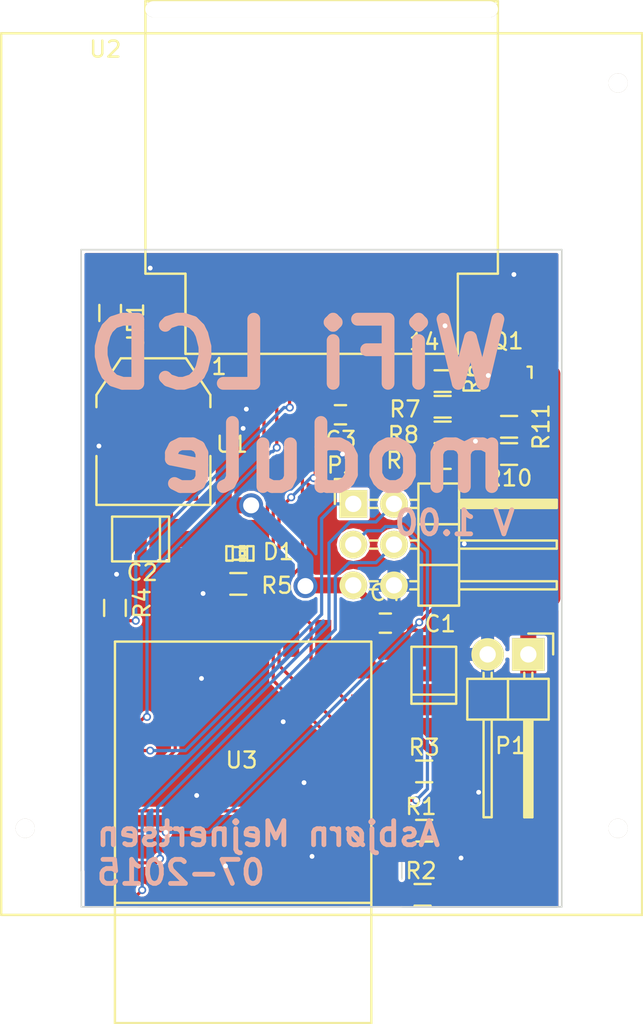
<source format=kicad_pcb>
(kicad_pcb (version 4) (host pcbnew "(2015-06-09 BZR 5726)-product")

  (general
    (links 55)
    (no_connects 0)
    (area 66.089999 34.264999 107.393334 98.485001)
    (thickness 1.6)
    (drawings 10)
    (tracks 289)
    (zones 0)
    (modules 23)
    (nets 23)
  )

  (page A4)
  (layers
    (0 F.Cu signal)
    (31 B.Cu signal hide)
    (32 B.Adhes user)
    (33 F.Adhes user)
    (34 B.Paste user)
    (35 F.Paste user)
    (36 B.SilkS user)
    (37 F.SilkS user)
    (38 B.Mask user)
    (39 F.Mask user)
    (40 Dwgs.User user)
    (41 Cmts.User user)
    (42 Eco1.User user)
    (43 Eco2.User user)
    (44 Edge.Cuts user)
    (45 Margin user)
    (46 B.CrtYd user)
    (47 F.CrtYd user)
    (48 B.Fab user)
    (49 F.Fab user hide)
  )

  (setup
    (last_trace_width 0.2)
    (user_trace_width 0.2)
    (user_trace_width 0.3)
    (user_trace_width 0.4)
    (user_trace_width 0.5)
    (user_trace_width 1)
    (user_trace_width 1.5)
    (trace_clearance 0.16)
    (zone_clearance 0.16)
    (zone_45_only no)
    (trace_min 0.16)
    (segment_width 0.2)
    (edge_width 0.1)
    (via_size 0.5)
    (via_drill 0.3)
    (via_min_size 0.4)
    (via_min_drill 0.3)
    (user_via 0.5 0.3)
    (user_via 1.5 1)
    (uvia_size 0.3)
    (uvia_drill 0.1)
    (uvias_allowed no)
    (uvia_min_size 0.2)
    (uvia_min_drill 0.1)
    (pcb_text_width 0.3)
    (pcb_text_size 1.5 1.5)
    (mod_edge_width 0.15)
    (mod_text_size 1 1)
    (mod_text_width 0.15)
    (pad_size 1.7 5.5)
    (pad_drill 1.2)
    (pad_to_mask_clearance 0)
    (aux_axis_origin 71.275 91.25)
    (grid_origin 71.325 91.25)
    (visible_elements 7FFEFFFF)
    (pcbplotparams
      (layerselection 0x01008_00000001)
      (usegerberextensions true)
      (excludeedgelayer true)
      (linewidth 0.100000)
      (plotframeref false)
      (viasonmask false)
      (mode 1)
      (useauxorigin true)
      (hpglpennumber 1)
      (hpglpenspeed 20)
      (hpglpendiameter 15)
      (hpglpenoverlay 2)
      (psnegative false)
      (psa4output false)
      (plotreference false)
      (plotvalue false)
      (plotinvisibletext false)
      (padsonsilk false)
      (subtractmaskfromsilk false)
      (outputformat 1)
      (mirror false)
      (drillshape 0)
      (scaleselection 1)
      (outputdirectory ""))
  )

  (net 0 "")
  (net 1 +5V)
  (net 2 GND)
  (net 3 +3V3)
  (net 4 /DTR)
  (net 5 /RX)
  (net 6 /TX)
  (net 7 /RTS)
  (net 8 "Net-(R1-Pad2)")
  (net 9 /MOSI)
  (net 10 /MISO)
  (net 11 /DC)
  (net 12 /SCL)
  (net 13 "Net-(D1-Pad2)")
  (net 14 "Net-(D1-Pad1)")
  (net 15 "Net-(Q1-Pad1)")
  (net 16 "Net-(Q1-Pad3)")
  (net 17 /CS)
  (net 18 "Net-(R6-Pad2)")
  (net 19 "Net-(R7-Pad2)")
  (net 20 "Net-(R8-Pad2)")
  (net 21 "Net-(R9-Pad2)")
  (net 22 /BL)

  (net_class Default "This is the default net class."
    (clearance 0.16)
    (trace_width 0.2)
    (via_dia 0.5)
    (via_drill 0.3)
    (uvia_dia 0.3)
    (uvia_drill 0.1)
    (add_net +3V3)
    (add_net +5V)
    (add_net /BL)
    (add_net /CS)
    (add_net /DC)
    (add_net /DTR)
    (add_net /MISO)
    (add_net /MOSI)
    (add_net /RTS)
    (add_net /RX)
    (add_net /SCL)
    (add_net /TX)
    (add_net GND)
    (add_net "Net-(D1-Pad1)")
    (add_net "Net-(D1-Pad2)")
    (add_net "Net-(Q1-Pad1)")
    (add_net "Net-(Q1-Pad3)")
    (add_net "Net-(R1-Pad2)")
    (add_net "Net-(R6-Pad2)")
    (add_net "Net-(R7-Pad2)")
    (add_net "Net-(R8-Pad2)")
    (add_net "Net-(R9-Pad2)")
  )

  (module Modules:TM022HDH26 (layer F.Cu) (tedit 5587E4E1) (tstamp 55780478)
    (at 86.325 36.5 180)
    (path /5576B100)
    (fp_text reference U2 (at 13.5 -1 180) (layer F.SilkS)
      (effects (font (size 1 1) (thickness 0.15)))
    )
    (fp_text value TM022HDH26 (at -5 -2.5 180) (layer F.Fab)
      (effects (font (size 1 1) (thickness 0.15)))
    )
    (fp_line (start 11 -15) (end 8.5 -15) (layer F.SilkS) (width 0.15))
    (fp_line (start -11 -15) (end -8.5 -15) (layer F.SilkS) (width 0.15))
    (fp_text user 14 (at -6.4 -19.25 180) (layer F.SilkS)
      (effects (font (size 1 1) (thickness 0.15)))
    )
    (fp_text user 1 (at 6.4 -20.8 180) (layer F.SilkS)
      (effects (font (size 1 1) (thickness 0.15)))
    )
    (fp_line (start 8.5 -20) (end 8.5 -15) (layer F.SilkS) (width 0.15))
    (fp_line (start 8.5 -15) (end 8.5 -20) (layer F.SilkS) (width 0.15))
    (fp_line (start 8.5 -20) (end -8.5 -20) (layer F.SilkS) (width 0.15))
    (fp_line (start -8.5 -20) (end -8.5 -15) (layer F.SilkS) (width 0.15))
    (fp_line (start -11 0) (end -11 -15) (layer F.SilkS) (width 0.15))
    (fp_line (start 11 -15) (end 11 0) (layer F.SilkS) (width 0.15))
    (fp_line (start -11 0) (end -11 2) (layer F.SilkS) (width 0.15))
    (fp_line (start -11 2) (end 11 2) (layer F.SilkS) (width 0.15))
    (fp_line (start 11 2) (end 11 0) (layer F.SilkS) (width 0.15))
    (fp_line (start -20 0) (end -20 -55) (layer F.SilkS) (width 0.15))
    (fp_line (start -20 -55) (end 20 -55) (layer F.SilkS) (width 0.15))
    (fp_line (start 20 -55) (end 20 0) (layer F.SilkS) (width 0.15))
    (fp_line (start 20 0) (end -20 0) (layer F.SilkS) (width 0.15))
    (pad 0 thru_hole circle (at 18.5 -49.6 180) (size 1.2 1.2) (drill 1.2) (layers *.Cu *.Mask F.SilkS))
    (pad 0 thru_hole circle (at -18.5 -49.6 180) (size 1.2 1.2) (drill 1.2) (layers *.Cu *.Mask F.SilkS))
    (pad 0 thru_hole circle (at -18.5 -3.1 180) (size 1.2 1.2) (drill 1.2) (layers *.Cu *.Mask F.SilkS))
    (pad 0 thru_hole oval (at 0 1.5 180) (size 22 1) (drill oval 22 1) (layers *.Cu *.Mask F.SilkS))
    (pad 7 smd rect (at 0.4 -20 180) (size 0.5 5) (layers F.Cu F.Paste F.Mask)
      (net 10 /MISO))
    (pad 8 smd rect (at -0.4 -20 180) (size 0.5 5) (layers F.Cu F.Paste F.Mask)
      (net 2 GND))
    (pad 6 smd rect (at 1.2 -20 180) (size 0.5 5) (layers F.Cu F.Paste F.Mask)
      (net 9 /MOSI))
    (pad 5 smd rect (at 2 -20 180) (size 0.5 5) (layers F.Cu F.Paste F.Mask)
      (net 17 /CS))
    (pad 4 smd rect (at 2.8 -20 180) (size 0.5 5) (layers F.Cu F.Paste F.Mask)
      (net 11 /DC))
    (pad 3 smd rect (at 3.6 -20 180) (size 0.5 5) (layers F.Cu F.Paste F.Mask)
      (net 12 /SCL))
    (pad 2 smd rect (at 4.4 -20 180) (size 0.5 5) (layers F.Cu F.Paste F.Mask)
      (net 3 +3V3))
    (pad 1 smd rect (at 5.2 -20 180) (size 0.5 5) (layers F.Cu F.Paste F.Mask)
      (net 2 GND))
    (pad 9 smd rect (at -1.2 -20 180) (size 0.5 5) (layers F.Cu F.Paste F.Mask)
      (net 3 +3V3))
    (pad 10 smd rect (at -2 -20 180) (size 0.5 5) (layers F.Cu F.Paste F.Mask)
      (net 3 +3V3))
    (pad 11 smd rect (at -2.8 -20 180) (size 0.5 5) (layers F.Cu F.Paste F.Mask)
      (net 21 "Net-(R9-Pad2)"))
    (pad 12 smd rect (at -3.6 -20 180) (size 0.5 5) (layers F.Cu F.Paste F.Mask)
      (net 20 "Net-(R8-Pad2)"))
    (pad 13 smd rect (at -4.4 -20 180) (size 0.5 5) (layers F.Cu F.Paste F.Mask)
      (net 19 "Net-(R7-Pad2)"))
    (pad 14 smd rect (at -5.2 -20 180) (size 0.5 5) (layers F.Cu F.Paste F.Mask)
      (net 18 "Net-(R6-Pad2)"))
  )

  (module SMD_Packages:SOT-223 (layer F.Cu) (tedit 5587E49B) (tstamp 5576ED9E)
    (at 75.825 61.35)
    (descr "module CMS SOT223 4 pins")
    (tags "CMS SOT")
    (path /5576B18F)
    (attr smd)
    (fp_text reference U1 (at 4.9 0.8) (layer F.SilkS)
      (effects (font (size 1 1) (thickness 0.15)))
    )
    (fp_text value AP1117D33 (at 0 0.762) (layer F.Fab)
      (effects (font (size 1 1) (thickness 0.15)))
    )
    (fp_line (start -3.556 1.524) (end -3.556 4.572) (layer F.SilkS) (width 0.15))
    (fp_line (start -3.556 4.572) (end 3.556 4.572) (layer F.SilkS) (width 0.15))
    (fp_line (start 3.556 4.572) (end 3.556 1.524) (layer F.SilkS) (width 0.15))
    (fp_line (start -3.556 -1.524) (end -3.556 -2.286) (layer F.SilkS) (width 0.15))
    (fp_line (start -3.556 -2.286) (end -2.032 -4.572) (layer F.SilkS) (width 0.15))
    (fp_line (start -2.032 -4.572) (end 2.032 -4.572) (layer F.SilkS) (width 0.15))
    (fp_line (start 2.032 -4.572) (end 3.556 -2.286) (layer F.SilkS) (width 0.15))
    (fp_line (start 3.556 -2.286) (end 3.556 -1.524) (layer F.SilkS) (width 0.15))
    (pad 4 smd rect (at 0 -3.302) (size 3.6576 2.032) (layers F.Cu F.Paste F.Mask))
    (pad 2 smd rect (at 0 3.302) (size 1.016 2.032) (layers F.Cu F.Paste F.Mask)
      (net 3 +3V3))
    (pad 3 smd rect (at 2.286 3.302) (size 1.016 2.032) (layers F.Cu F.Paste F.Mask)
      (net 1 +5V))
    (pad 1 smd rect (at -2.286 3.302) (size 1.016 2.032) (layers F.Cu F.Paste F.Mask)
      (net 2 GND))
    (model SMD_Packages.3dshapes/SOT-223.wrl
      (at (xyz 0 0 0))
      (scale (xyz 0.4 0.4 0.4))
      (rotate (xyz 0 0 0))
    )
  )

  (module modules:ESP-12E (layer F.Cu) (tedit 5587E51D) (tstamp 5576EF2B)
    (at 81.425 74.25 180)
    (path /5576B09F)
    (fp_text reference U3 (at 0.1 -7.6 180) (layer F.SilkS)
      (effects (font (size 1 1) (thickness 0.15)))
    )
    (fp_text value ESP-12E (at 0 -12 180) (layer F.Fab)
      (effects (font (size 1 1) (thickness 0.15)))
    )
    (fp_line (start -8 -16.5) (end 8 -16.5) (layer F.SilkS) (width 0.15))
    (fp_line (start -8 -0.2) (end -8 -24) (layer F.SilkS) (width 0.15))
    (fp_line (start -8 -24) (end 8 -24) (layer F.SilkS) (width 0.15))
    (fp_line (start 8 -24) (end 8 -0.2) (layer F.SilkS) (width 0.15))
    (fp_line (start 8 -0.2) (end -8 -0.2) (layer F.SilkS) (width 0.15))
    (pad 1 smd rect (at -8 -16 180) (size 2.5 1) (layers F.Cu F.Paste F.Mask)
      (net 7 /RTS))
    (pad 2 smd rect (at -8 -14 180) (size 2.5 1) (layers F.Cu F.Paste F.Mask))
    (pad 3 smd rect (at -8 -12 180) (size 2.5 1) (layers F.Cu F.Paste F.Mask)
      (net 8 "Net-(R1-Pad2)"))
    (pad 4 smd rect (at -8 -10 180) (size 2.5 1) (layers F.Cu F.Paste F.Mask)
      (net 7 /RTS))
    (pad 5 smd rect (at -8 -8 180) (size 2.5 1) (layers F.Cu F.Paste F.Mask)
      (net 12 /SCL))
    (pad 6 smd rect (at -8 -6 180) (size 2.5 1) (layers F.Cu F.Paste F.Mask)
      (net 10 /MISO))
    (pad 7 smd rect (at -8 -4 180) (size 2.5 1) (layers F.Cu F.Paste F.Mask)
      (net 9 /MOSI))
    (pad 8 smd rect (at -8 -2 180) (size 2.5 1) (layers F.Cu F.Paste F.Mask)
      (net 3 +3V3))
    (pad 15 smd rect (at 8 -2 180) (size 2.5 1) (layers F.Cu F.Paste F.Mask)
      (net 2 GND))
    (pad 16 smd rect (at 8 -4 180) (size 2.5 1) (layers F.Cu F.Paste F.Mask)
      (net 17 /CS))
    (pad 17 smd rect (at 8 -6 180) (size 2.5 1) (layers F.Cu F.Paste F.Mask)
      (net 11 /DC))
    (pad 18 smd rect (at 8 -8 180) (size 2.5 1) (layers F.Cu F.Paste F.Mask)
      (net 4 /DTR))
    (pad 19 smd rect (at 8 -10 180) (size 2.5 1) (layers F.Cu F.Paste F.Mask)
      (net 13 "Net-(D1-Pad2)"))
    (pad 20 smd rect (at 8 -12 180) (size 2.5 1) (layers F.Cu F.Paste F.Mask)
      (net 22 /BL))
    (pad 21 smd rect (at 8 -14 180) (size 2.5 1) (layers F.Cu F.Paste F.Mask)
      (net 6 /TX))
    (pad 22 smd rect (at 8 -16 180) (size 2.5 1) (layers F.Cu F.Paste F.Mask)
      (net 5 /RX))
    (pad 9 smd rect (at -5 0 180) (size 1 2.3) (layers F.Cu F.Paste F.Mask))
    (pad 10 smd rect (at -3 0 180) (size 1 2.3) (layers F.Cu F.Paste F.Mask))
    (pad 11 smd rect (at -1 0 180) (size 1 2.3) (layers F.Cu F.Paste F.Mask))
    (pad 12 smd rect (at 1 0 180) (size 1 2.3) (layers F.Cu F.Paste F.Mask))
    (pad 13 smd rect (at 3 0 180) (size 1 2.3) (layers F.Cu F.Paste F.Mask))
    (pad 14 smd rect (at 5 0 180) (size 1 2.3) (layers F.Cu F.Paste F.Mask))
  )

  (module Capacitors_Tantalum_SMD:TantalC_SizeT_EIA-3528 (layer F.Cu) (tedit 5587E517) (tstamp 5576ED4E)
    (at 93.325 76.55 270)
    (descr TantalC_SizeT_EIA-3528)
    (path /5576E011)
    (fp_text reference C1 (at -3.2 -0.4 360) (layer F.SilkS)
      (effects (font (size 1 1) (thickness 0.15)))
    )
    (fp_text value "22uF 25V" (at 0 1.9685 270) (layer F.Fab)
      (effects (font (size 1 1) (thickness 0.15)))
    )
    (fp_line (start 1.2065 -1.397) (end 1.2065 1.397) (layer F.SilkS) (width 0.15))
    (fp_line (start 1.778 -1.397) (end -1.778 -1.397) (layer F.SilkS) (width 0.15))
    (fp_line (start -1.778 -1.397) (end -1.778 1.397) (layer F.SilkS) (width 0.15))
    (fp_line (start -1.778 1.397) (end 1.778 1.397) (layer F.SilkS) (width 0.15))
    (fp_line (start 1.778 1.397) (end 1.778 -1.397) (layer F.SilkS) (width 0.15))
    (pad 1 smd rect (at 1.524 0 270) (size 1.95072 2.49936) (layers F.Cu F.Paste F.Mask)
      (net 1 +5V))
    (pad 2 smd rect (at -1.524 0 270) (size 1.95072 2.49936) (layers F.Cu F.Paste F.Mask)
      (net 2 GND))
    (model Capacitors_Tantalum_SMD.3dshapes/TantalC_SizeT_EIA-3528.wrl
      (at (xyz 0 0 0))
      (scale (xyz 1 1 1))
      (rotate (xyz 0 0 0))
    )
  )

  (module Capacitors_Tantalum_SMD:TantalC_SizeT_EIA-3528 (layer F.Cu) (tedit 5587E4B2) (tstamp 5576ED54)
    (at 75.025 68.05)
    (descr TantalC_SizeT_EIA-3528)
    (path /5576DCB8)
    (fp_text reference C2 (at 0.1 2.1) (layer F.SilkS)
      (effects (font (size 1 1) (thickness 0.15)))
    )
    (fp_text value "100uF 6.3v" (at 0 1.9685) (layer F.Fab)
      (effects (font (size 1 1) (thickness 0.15)))
    )
    (fp_line (start 1.2065 -1.397) (end 1.2065 1.397) (layer F.SilkS) (width 0.15))
    (fp_line (start 1.778 -1.397) (end -1.778 -1.397) (layer F.SilkS) (width 0.15))
    (fp_line (start -1.778 -1.397) (end -1.778 1.397) (layer F.SilkS) (width 0.15))
    (fp_line (start -1.778 1.397) (end 1.778 1.397) (layer F.SilkS) (width 0.15))
    (fp_line (start 1.778 1.397) (end 1.778 -1.397) (layer F.SilkS) (width 0.15))
    (pad 1 smd rect (at 1.524 0) (size 1.95072 2.49936) (layers F.Cu F.Paste F.Mask)
      (net 3 +3V3))
    (pad 2 smd rect (at -1.524 0) (size 1.95072 2.49936) (layers F.Cu F.Paste F.Mask)
      (net 2 GND))
    (model Capacitors_Tantalum_SMD.3dshapes/TantalC_SizeT_EIA-3528.wrl
      (at (xyz 0 0 0))
      (scale (xyz 1 1 1))
      (rotate (xyz 0 0 0))
    )
  )

  (module Pin_Headers:Pin_Header_Angled_1x02 (layer F.Cu) (tedit 5587E53A) (tstamp 55780451)
    (at 99.225 75.25 270)
    (descr "Through hole pin header")
    (tags "pin header")
    (path /55780259)
    (fp_text reference P1 (at 5.7 1.1 360) (layer F.SilkS)
      (effects (font (size 1 1) (thickness 0.15)))
    )
    (fp_text value CONN_01X02 (at 0 -3.1 270) (layer F.Fab)
      (effects (font (size 1 1) (thickness 0.15)))
    )
    (fp_line (start -1.5 -1.75) (end -1.5 4.3) (layer F.CrtYd) (width 0.05))
    (fp_line (start 10.65 -1.75) (end 10.65 4.3) (layer F.CrtYd) (width 0.05))
    (fp_line (start -1.5 -1.75) (end 10.65 -1.75) (layer F.CrtYd) (width 0.05))
    (fp_line (start -1.5 4.3) (end 10.65 4.3) (layer F.CrtYd) (width 0.05))
    (fp_line (start -1.3 -1.55) (end -1.3 0) (layer F.SilkS) (width 0.15))
    (fp_line (start 0 -1.55) (end -1.3 -1.55) (layer F.SilkS) (width 0.15))
    (fp_line (start 4.191 -0.127) (end 10.033 -0.127) (layer F.SilkS) (width 0.15))
    (fp_line (start 10.033 -0.127) (end 10.033 0.127) (layer F.SilkS) (width 0.15))
    (fp_line (start 10.033 0.127) (end 4.191 0.127) (layer F.SilkS) (width 0.15))
    (fp_line (start 4.191 0.127) (end 4.191 0) (layer F.SilkS) (width 0.15))
    (fp_line (start 4.191 0) (end 10.033 0) (layer F.SilkS) (width 0.15))
    (fp_line (start 1.524 -0.254) (end 1.143 -0.254) (layer F.SilkS) (width 0.15))
    (fp_line (start 1.524 0.254) (end 1.143 0.254) (layer F.SilkS) (width 0.15))
    (fp_line (start 1.524 2.286) (end 1.143 2.286) (layer F.SilkS) (width 0.15))
    (fp_line (start 1.524 2.794) (end 1.143 2.794) (layer F.SilkS) (width 0.15))
    (fp_line (start 1.524 -1.27) (end 4.064 -1.27) (layer F.SilkS) (width 0.15))
    (fp_line (start 1.524 1.27) (end 4.064 1.27) (layer F.SilkS) (width 0.15))
    (fp_line (start 1.524 1.27) (end 1.524 3.81) (layer F.SilkS) (width 0.15))
    (fp_line (start 1.524 3.81) (end 4.064 3.81) (layer F.SilkS) (width 0.15))
    (fp_line (start 4.064 2.286) (end 10.16 2.286) (layer F.SilkS) (width 0.15))
    (fp_line (start 10.16 2.286) (end 10.16 2.794) (layer F.SilkS) (width 0.15))
    (fp_line (start 10.16 2.794) (end 4.064 2.794) (layer F.SilkS) (width 0.15))
    (fp_line (start 4.064 3.81) (end 4.064 1.27) (layer F.SilkS) (width 0.15))
    (fp_line (start 4.064 1.27) (end 4.064 -1.27) (layer F.SilkS) (width 0.15))
    (fp_line (start 10.16 0.254) (end 4.064 0.254) (layer F.SilkS) (width 0.15))
    (fp_line (start 10.16 -0.254) (end 10.16 0.254) (layer F.SilkS) (width 0.15))
    (fp_line (start 4.064 -0.254) (end 10.16 -0.254) (layer F.SilkS) (width 0.15))
    (fp_line (start 1.524 1.27) (end 4.064 1.27) (layer F.SilkS) (width 0.15))
    (fp_line (start 1.524 -1.27) (end 1.524 1.27) (layer F.SilkS) (width 0.15))
    (pad 1 thru_hole rect (at 0 0 270) (size 2.032 2.032) (drill 1.016) (layers *.Cu *.Mask F.SilkS)
      (net 1 +5V))
    (pad 2 thru_hole oval (at 0 2.54 270) (size 2.032 2.032) (drill 1.016) (layers *.Cu *.Mask F.SilkS)
      (net 2 GND))
    (model Pin_Headers.3dshapes/Pin_Header_Angled_1x02.wrl
      (at (xyz 0 -0.05 0))
      (scale (xyz 1 1 1))
      (rotate (xyz 0 0 90))
    )
  )

  (module LEDs:LED-0603 (layer F.Cu) (tedit 5587E4BC) (tstamp 55797188)
    (at 81.225 68.95 180)
    (descr "LED 0603 smd package")
    (tags "LED led 0603 SMD smd SMT smt smdled SMDLED smtled SMTLED")
    (path /55797143)
    (attr smd)
    (fp_text reference D1 (at -2.4 0.1 180) (layer F.SilkS)
      (effects (font (size 1 1) (thickness 0.15)))
    )
    (fp_text value LED (at 0 1.2 180) (layer F.Fab)
      (effects (font (size 1 1) (thickness 0.15)))
    )
    (fp_line (start -0.44958 -0.44958) (end -0.44958 0.44958) (layer F.SilkS) (width 0.15))
    (fp_line (start -0.44958 0.44958) (end -0.84836 0.44958) (layer F.SilkS) (width 0.15))
    (fp_line (start -0.84836 -0.44958) (end -0.84836 0.44958) (layer F.SilkS) (width 0.15))
    (fp_line (start -0.44958 -0.44958) (end -0.84836 -0.44958) (layer F.SilkS) (width 0.15))
    (fp_line (start 0.84836 -0.44958) (end 0.84836 0.44958) (layer F.SilkS) (width 0.15))
    (fp_line (start 0.84836 0.44958) (end 0.44958 0.44958) (layer F.SilkS) (width 0.15))
    (fp_line (start 0.44958 -0.44958) (end 0.44958 0.44958) (layer F.SilkS) (width 0.15))
    (fp_line (start 0.84836 -0.44958) (end 0.44958 -0.44958) (layer F.SilkS) (width 0.15))
    (fp_line (start 0 -0.44958) (end 0 -0.29972) (layer F.SilkS) (width 0.15))
    (fp_line (start 0 -0.29972) (end -0.29972 -0.29972) (layer F.SilkS) (width 0.15))
    (fp_line (start -0.29972 -0.44958) (end -0.29972 -0.29972) (layer F.SilkS) (width 0.15))
    (fp_line (start 0 -0.44958) (end -0.29972 -0.44958) (layer F.SilkS) (width 0.15))
    (fp_line (start 0 0.29972) (end 0 0.44958) (layer F.SilkS) (width 0.15))
    (fp_line (start 0 0.44958) (end -0.29972 0.44958) (layer F.SilkS) (width 0.15))
    (fp_line (start -0.29972 0.29972) (end -0.29972 0.44958) (layer F.SilkS) (width 0.15))
    (fp_line (start 0 0.29972) (end -0.29972 0.29972) (layer F.SilkS) (width 0.15))
    (fp_line (start 0 -0.14986) (end 0 0.14986) (layer F.SilkS) (width 0.15))
    (fp_line (start 0 0.14986) (end -0.29972 0.14986) (layer F.SilkS) (width 0.15))
    (fp_line (start -0.29972 -0.14986) (end -0.29972 0.14986) (layer F.SilkS) (width 0.15))
    (fp_line (start 0 -0.14986) (end -0.29972 -0.14986) (layer F.SilkS) (width 0.15))
    (fp_line (start -0.44958 -0.39878) (end 0.44958 -0.39878) (layer F.SilkS) (width 0.15))
    (fp_line (start -0.44958 0.39878) (end 0.44958 0.39878) (layer F.SilkS) (width 0.15))
    (pad 2 smd rect (at 0.7493 0) (size 0.79756 0.79756) (layers F.Cu F.Paste F.Mask)
      (net 13 "Net-(D1-Pad2)"))
    (pad 1 smd rect (at -0.7493 0) (size 0.79756 0.79756) (layers F.Cu F.Paste F.Mask)
      (net 14 "Net-(D1-Pad1)"))
  )

  (module Capacitors_SMD:C_0603 (layer F.Cu) (tedit 5587E4D6) (tstamp 5587AEE4)
    (at 87.5 60.3 180)
    (descr "Capacitor SMD 0603, reflow soldering, AVX (see smccp.pdf)")
    (tags "capacitor 0603")
    (path /5576CCD8)
    (attr smd)
    (fp_text reference C3 (at -0.025 -1.55 180) (layer F.SilkS)
      (effects (font (size 1 1) (thickness 0.15)))
    )
    (fp_text value 100n (at 0 1.9 180) (layer F.Fab)
      (effects (font (size 1 1) (thickness 0.15)))
    )
    (fp_line (start -1.45 -0.75) (end 1.45 -0.75) (layer F.CrtYd) (width 0.05))
    (fp_line (start -1.45 0.75) (end 1.45 0.75) (layer F.CrtYd) (width 0.05))
    (fp_line (start -1.45 -0.75) (end -1.45 0.75) (layer F.CrtYd) (width 0.05))
    (fp_line (start 1.45 -0.75) (end 1.45 0.75) (layer F.CrtYd) (width 0.05))
    (fp_line (start -0.35 -0.6) (end 0.35 -0.6) (layer F.SilkS) (width 0.15))
    (fp_line (start 0.35 0.6) (end -0.35 0.6) (layer F.SilkS) (width 0.15))
    (pad 1 smd rect (at -0.75 0 180) (size 0.8 0.75) (layers F.Cu F.Paste F.Mask)
      (net 3 +3V3))
    (pad 2 smd rect (at 0.75 0 180) (size 0.8 0.75) (layers F.Cu F.Paste F.Mask)
      (net 2 GND))
    (model Capacitors_SMD.3dshapes/C_0603.wrl
      (at (xyz 0 0 0))
      (scale (xyz 1 1 1))
      (rotate (xyz 0 0 0))
    )
  )

  (module Capacitors_SMD:C_0603 (layer F.Cu) (tedit 5415D631) (tstamp 5587AEE9)
    (at 90.3 73.3)
    (descr "Capacitor SMD 0603, reflow soldering, AVX (see smccp.pdf)")
    (tags "capacitor 0603")
    (path /5576B526)
    (attr smd)
    (fp_text reference C4 (at 0 -1.9) (layer F.SilkS)
      (effects (font (size 1 1) (thickness 0.15)))
    )
    (fp_text value 100n (at 0 1.9) (layer F.Fab)
      (effects (font (size 1 1) (thickness 0.15)))
    )
    (fp_line (start -1.45 -0.75) (end 1.45 -0.75) (layer F.CrtYd) (width 0.05))
    (fp_line (start -1.45 0.75) (end 1.45 0.75) (layer F.CrtYd) (width 0.05))
    (fp_line (start -1.45 -0.75) (end -1.45 0.75) (layer F.CrtYd) (width 0.05))
    (fp_line (start 1.45 -0.75) (end 1.45 0.75) (layer F.CrtYd) (width 0.05))
    (fp_line (start -0.35 -0.6) (end 0.35 -0.6) (layer F.SilkS) (width 0.15))
    (fp_line (start 0.35 0.6) (end -0.35 0.6) (layer F.SilkS) (width 0.15))
    (pad 1 smd rect (at -0.75 0) (size 0.8 0.75) (layers F.Cu F.Paste F.Mask)
      (net 3 +3V3))
    (pad 2 smd rect (at 0.75 0) (size 0.8 0.75) (layers F.Cu F.Paste F.Mask)
      (net 2 GND))
    (model Capacitors_SMD.3dshapes/C_0603.wrl
      (at (xyz 0 0 0))
      (scale (xyz 1 1 1))
      (rotate (xyz 0 0 0))
    )
  )

  (module Resistors_SMD:R_0603_HandSoldering (layer F.Cu) (tedit 5587E464) (tstamp 5587AEF3)
    (at 73.125 53.95 270)
    (descr "Resistor SMD 0603, hand soldering")
    (tags "resistor 0603")
    (path /55873135)
    (attr smd)
    (fp_text reference JP1 (at 0.7 -1.6 270) (layer F.SilkS)
      (effects (font (size 1 1) (thickness 0.15)))
    )
    (fp_text value JUMPER (at 0 1.9 270) (layer F.Fab)
      (effects (font (size 1 1) (thickness 0.15)))
    )
    (fp_line (start -2 -0.8) (end 2 -0.8) (layer F.CrtYd) (width 0.05))
    (fp_line (start -2 0.8) (end 2 0.8) (layer F.CrtYd) (width 0.05))
    (fp_line (start -2 -0.8) (end -2 0.8) (layer F.CrtYd) (width 0.05))
    (fp_line (start 2 -0.8) (end 2 0.8) (layer F.CrtYd) (width 0.05))
    (fp_line (start 0.5 0.675) (end -0.5 0.675) (layer F.SilkS) (width 0.15))
    (fp_line (start -0.5 -0.675) (end 0.5 -0.675) (layer F.SilkS) (width 0.15))
    (pad 1 smd rect (at -1.1 0 270) (size 1.2 0.9) (layers F.Cu F.Paste F.Mask)
      (net 1 +5V))
    (pad 2 smd rect (at 1.1 0 270) (size 1.2 0.9) (layers F.Cu F.Paste F.Mask)
      (net 3 +3V3))
    (model Resistors_SMD.3dshapes/R_0603_HandSoldering.wrl
      (at (xyz 0 0 0))
      (scale (xyz 1 1 1))
      (rotate (xyz 0 0 0))
    )
  )

  (module Housings_SOT-23_SOT-143_TSOT-6:SOT-23 (layer F.Cu) (tedit 553634F8) (tstamp 5587AF03)
    (at 97.925 57.95)
    (descr "SOT-23, Standard")
    (tags SOT-23)
    (path /55871ACB)
    (attr smd)
    (fp_text reference Q1 (at 0 -2.25) (layer F.SilkS)
      (effects (font (size 1 1) (thickness 0.15)))
    )
    (fp_text value BSS138 (at 0 2.3) (layer F.Fab)
      (effects (font (size 1 1) (thickness 0.15)))
    )
    (fp_line (start -1.65 -1.6) (end 1.65 -1.6) (layer F.CrtYd) (width 0.05))
    (fp_line (start 1.65 -1.6) (end 1.65 1.6) (layer F.CrtYd) (width 0.05))
    (fp_line (start 1.65 1.6) (end -1.65 1.6) (layer F.CrtYd) (width 0.05))
    (fp_line (start -1.65 1.6) (end -1.65 -1.6) (layer F.CrtYd) (width 0.05))
    (fp_line (start 1.29916 -0.65024) (end 1.2509 -0.65024) (layer F.SilkS) (width 0.15))
    (fp_line (start -1.49982 0.0508) (end -1.49982 -0.65024) (layer F.SilkS) (width 0.15))
    (fp_line (start -1.49982 -0.65024) (end -1.2509 -0.65024) (layer F.SilkS) (width 0.15))
    (fp_line (start 1.29916 -0.65024) (end 1.49982 -0.65024) (layer F.SilkS) (width 0.15))
    (fp_line (start 1.49982 -0.65024) (end 1.49982 0.0508) (layer F.SilkS) (width 0.15))
    (pad 1 smd rect (at -0.95 1.00076) (size 0.8001 0.8001) (layers F.Cu F.Paste F.Mask)
      (net 15 "Net-(Q1-Pad1)"))
    (pad 2 smd rect (at 0.95 1.00076) (size 0.8001 0.8001) (layers F.Cu F.Paste F.Mask)
      (net 2 GND))
    (pad 3 smd rect (at 0 -0.99822) (size 0.8001 0.8001) (layers F.Cu F.Paste F.Mask)
      (net 16 "Net-(Q1-Pad3)"))
    (model Housings_SOT-23_SOT-143_TSOT-6.3dshapes/SOT-23.wrl
      (at (xyz 0 0 0))
      (scale (xyz 1 1 1))
      (rotate (xyz 0 0 0))
    )
  )

  (module Resistors_SMD:R_0603 (layer F.Cu) (tedit 5587E528) (tstamp 5587AF04)
    (at 92.725 86.25 180)
    (descr "Resistor SMD 0603, reflow soldering, Vishay (see dcrcw.pdf)")
    (tags "resistor 0603")
    (path /5576B3BD)
    (attr smd)
    (fp_text reference R1 (at 0.2 1.5 180) (layer F.SilkS)
      (effects (font (size 1 1) (thickness 0.15)))
    )
    (fp_text value 10K (at 0 1.9 180) (layer F.Fab)
      (effects (font (size 1 1) (thickness 0.15)))
    )
    (fp_line (start -1.3 -0.8) (end 1.3 -0.8) (layer F.CrtYd) (width 0.05))
    (fp_line (start -1.3 0.8) (end 1.3 0.8) (layer F.CrtYd) (width 0.05))
    (fp_line (start -1.3 -0.8) (end -1.3 0.8) (layer F.CrtYd) (width 0.05))
    (fp_line (start 1.3 -0.8) (end 1.3 0.8) (layer F.CrtYd) (width 0.05))
    (fp_line (start 0.5 0.675) (end -0.5 0.675) (layer F.SilkS) (width 0.15))
    (fp_line (start -0.5 -0.675) (end 0.5 -0.675) (layer F.SilkS) (width 0.15))
    (pad 1 smd rect (at -0.75 0 180) (size 0.5 0.9) (layers F.Cu F.Paste F.Mask)
      (net 3 +3V3))
    (pad 2 smd rect (at 0.75 0 180) (size 0.5 0.9) (layers F.Cu F.Paste F.Mask)
      (net 8 "Net-(R1-Pad2)"))
    (model Resistors_SMD.3dshapes/R_0603.wrl
      (at (xyz 0 0 0))
      (scale (xyz 1 1 1))
      (rotate (xyz 0 0 0))
    )
  )

  (module Resistors_SMD:R_0603 (layer F.Cu) (tedit 5587E52B) (tstamp 5587AF09)
    (at 92.625 90.25 180)
    (descr "Resistor SMD 0603, reflow soldering, Vishay (see dcrcw.pdf)")
    (tags "resistor 0603")
    (path /5576B335)
    (attr smd)
    (fp_text reference R2 (at 0.1 1.5 180) (layer F.SilkS)
      (effects (font (size 1 1) (thickness 0.15)))
    )
    (fp_text value 10K (at 0 1.9 180) (layer F.Fab)
      (effects (font (size 1 1) (thickness 0.15)))
    )
    (fp_line (start -1.3 -0.8) (end 1.3 -0.8) (layer F.CrtYd) (width 0.05))
    (fp_line (start -1.3 0.8) (end 1.3 0.8) (layer F.CrtYd) (width 0.05))
    (fp_line (start -1.3 -0.8) (end -1.3 0.8) (layer F.CrtYd) (width 0.05))
    (fp_line (start 1.3 -0.8) (end 1.3 0.8) (layer F.CrtYd) (width 0.05))
    (fp_line (start 0.5 0.675) (end -0.5 0.675) (layer F.SilkS) (width 0.15))
    (fp_line (start -0.5 -0.675) (end 0.5 -0.675) (layer F.SilkS) (width 0.15))
    (pad 1 smd rect (at -0.75 0 180) (size 0.5 0.9) (layers F.Cu F.Paste F.Mask)
      (net 3 +3V3))
    (pad 2 smd rect (at 0.75 0 180) (size 0.5 0.9) (layers F.Cu F.Paste F.Mask)
      (net 7 /RTS))
    (model Resistors_SMD.3dshapes/R_0603.wrl
      (at (xyz 0 0 0))
      (scale (xyz 1 1 1))
      (rotate (xyz 0 0 0))
    )
  )

  (module Resistors_SMD:R_0603 (layer F.Cu) (tedit 5587E522) (tstamp 5587AF0E)
    (at 92.725 82.55 180)
    (descr "Resistor SMD 0603, reflow soldering, Vishay (see dcrcw.pdf)")
    (tags "resistor 0603")
    (path /5576B407)
    (attr smd)
    (fp_text reference R3 (at 0 1.5 180) (layer F.SilkS)
      (effects (font (size 1 1) (thickness 0.15)))
    )
    (fp_text value 10K (at 0 1.9 180) (layer F.Fab)
      (effects (font (size 1 1) (thickness 0.15)))
    )
    (fp_line (start -1.3 -0.8) (end 1.3 -0.8) (layer F.CrtYd) (width 0.05))
    (fp_line (start -1.3 0.8) (end 1.3 0.8) (layer F.CrtYd) (width 0.05))
    (fp_line (start -1.3 -0.8) (end -1.3 0.8) (layer F.CrtYd) (width 0.05))
    (fp_line (start 1.3 -0.8) (end 1.3 0.8) (layer F.CrtYd) (width 0.05))
    (fp_line (start 0.5 0.675) (end -0.5 0.675) (layer F.SilkS) (width 0.15))
    (fp_line (start -0.5 -0.675) (end 0.5 -0.675) (layer F.SilkS) (width 0.15))
    (pad 1 smd rect (at -0.75 0 180) (size 0.5 0.9) (layers F.Cu F.Paste F.Mask)
      (net 3 +3V3))
    (pad 2 smd rect (at 0.75 0 180) (size 0.5 0.9) (layers F.Cu F.Paste F.Mask)
      (net 4 /DTR))
    (model Resistors_SMD.3dshapes/R_0603.wrl
      (at (xyz 0 0 0))
      (scale (xyz 1 1 1))
      (rotate (xyz 0 0 0))
    )
  )

  (module Resistors_SMD:R_0603 (layer F.Cu) (tedit 5587E4B4) (tstamp 5587AF13)
    (at 73.425 72.35 90)
    (descr "Resistor SMD 0603, reflow soldering, Vishay (see dcrcw.pdf)")
    (tags "resistor 0603")
    (path /5576B4AC)
    (attr smd)
    (fp_text reference R4 (at 0.3 1.7 90) (layer F.SilkS)
      (effects (font (size 1 1) (thickness 0.15)))
    )
    (fp_text value 10K (at 0 1.9 90) (layer F.Fab)
      (effects (font (size 1 1) (thickness 0.15)))
    )
    (fp_line (start -1.3 -0.8) (end 1.3 -0.8) (layer F.CrtYd) (width 0.05))
    (fp_line (start -1.3 0.8) (end 1.3 0.8) (layer F.CrtYd) (width 0.05))
    (fp_line (start -1.3 -0.8) (end -1.3 0.8) (layer F.CrtYd) (width 0.05))
    (fp_line (start 1.3 -0.8) (end 1.3 0.8) (layer F.CrtYd) (width 0.05))
    (fp_line (start 0.5 0.675) (end -0.5 0.675) (layer F.SilkS) (width 0.15))
    (fp_line (start -0.5 -0.675) (end 0.5 -0.675) (layer F.SilkS) (width 0.15))
    (pad 1 smd rect (at -0.75 0 90) (size 0.5 0.9) (layers F.Cu F.Paste F.Mask)
      (net 17 /CS))
    (pad 2 smd rect (at 0.75 0 90) (size 0.5 0.9) (layers F.Cu F.Paste F.Mask)
      (net 2 GND))
    (model Resistors_SMD.3dshapes/R_0603.wrl
      (at (xyz 0 0 0))
      (scale (xyz 1 1 1))
      (rotate (xyz 0 0 0))
    )
  )

  (module Resistors_SMD:R_0603 (layer F.Cu) (tedit 5587E4B9) (tstamp 5587AF18)
    (at 81.125 70.85 180)
    (descr "Resistor SMD 0603, reflow soldering, Vishay (see dcrcw.pdf)")
    (tags "resistor 0603")
    (path /55797314)
    (attr smd)
    (fp_text reference R5 (at -2.4 -0.1 180) (layer F.SilkS)
      (effects (font (size 1 1) (thickness 0.15)))
    )
    (fp_text value 220 (at 0 1.9 180) (layer F.Fab)
      (effects (font (size 1 1) (thickness 0.15)))
    )
    (fp_line (start -1.3 -0.8) (end 1.3 -0.8) (layer F.CrtYd) (width 0.05))
    (fp_line (start -1.3 0.8) (end 1.3 0.8) (layer F.CrtYd) (width 0.05))
    (fp_line (start -1.3 -0.8) (end -1.3 0.8) (layer F.CrtYd) (width 0.05))
    (fp_line (start 1.3 -0.8) (end 1.3 0.8) (layer F.CrtYd) (width 0.05))
    (fp_line (start 0.5 0.675) (end -0.5 0.675) (layer F.SilkS) (width 0.15))
    (fp_line (start -0.5 -0.675) (end 0.5 -0.675) (layer F.SilkS) (width 0.15))
    (pad 1 smd rect (at -0.75 0 180) (size 0.5 0.9) (layers F.Cu F.Paste F.Mask)
      (net 14 "Net-(D1-Pad1)"))
    (pad 2 smd rect (at 0.75 0 180) (size 0.5 0.9) (layers F.Cu F.Paste F.Mask)
      (net 2 GND))
    (model Resistors_SMD.3dshapes/R_0603.wrl
      (at (xyz 0 0 0))
      (scale (xyz 1 1 1))
      (rotate (xyz 0 0 0))
    )
  )

  (module Resistors_SMD:R_0603 (layer F.Cu) (tedit 5587E50A) (tstamp 5587AF22)
    (at 93.875 58.2 180)
    (descr "Resistor SMD 0603, reflow soldering, Vishay (see dcrcw.pdf)")
    (tags "resistor 0603")
    (path /55870C9D)
    (attr smd)
    (fp_text reference R6 (at -1.85 0.15 270) (layer F.SilkS)
      (effects (font (size 1 1) (thickness 0.15)))
    )
    (fp_text value 4R7 (at 0 1.9 180) (layer F.Fab)
      (effects (font (size 1 1) (thickness 0.15)))
    )
    (fp_line (start -1.3 -0.8) (end 1.3 -0.8) (layer F.CrtYd) (width 0.05))
    (fp_line (start -1.3 0.8) (end 1.3 0.8) (layer F.CrtYd) (width 0.05))
    (fp_line (start -1.3 -0.8) (end -1.3 0.8) (layer F.CrtYd) (width 0.05))
    (fp_line (start 1.3 -0.8) (end 1.3 0.8) (layer F.CrtYd) (width 0.05))
    (fp_line (start 0.5 0.675) (end -0.5 0.675) (layer F.SilkS) (width 0.15))
    (fp_line (start -0.5 -0.675) (end 0.5 -0.675) (layer F.SilkS) (width 0.15))
    (pad 1 smd rect (at -0.75 0 180) (size 0.5 0.9) (layers F.Cu F.Paste F.Mask)
      (net 16 "Net-(Q1-Pad3)"))
    (pad 2 smd rect (at 0.75 0 180) (size 0.5 0.9) (layers F.Cu F.Paste F.Mask)
      (net 18 "Net-(R6-Pad2)"))
    (model Resistors_SMD.3dshapes/R_0603.wrl
      (at (xyz 0 0 0))
      (scale (xyz 1 1 1))
      (rotate (xyz 0 0 0))
    )
  )

  (module Resistors_SMD:R_0603 (layer F.Cu) (tedit 5587E504) (tstamp 5587AF28)
    (at 93.875 59.8 180)
    (descr "Resistor SMD 0603, reflow soldering, Vishay (see dcrcw.pdf)")
    (tags "resistor 0603")
    (path /55870E0E)
    (attr smd)
    (fp_text reference R7 (at 2.35 -0.15 180) (layer F.SilkS)
      (effects (font (size 1 1) (thickness 0.15)))
    )
    (fp_text value 4R7 (at 0 1.9 180) (layer F.Fab)
      (effects (font (size 1 1) (thickness 0.15)))
    )
    (fp_line (start -1.3 -0.8) (end 1.3 -0.8) (layer F.CrtYd) (width 0.05))
    (fp_line (start -1.3 0.8) (end 1.3 0.8) (layer F.CrtYd) (width 0.05))
    (fp_line (start -1.3 -0.8) (end -1.3 0.8) (layer F.CrtYd) (width 0.05))
    (fp_line (start 1.3 -0.8) (end 1.3 0.8) (layer F.CrtYd) (width 0.05))
    (fp_line (start 0.5 0.675) (end -0.5 0.675) (layer F.SilkS) (width 0.15))
    (fp_line (start -0.5 -0.675) (end 0.5 -0.675) (layer F.SilkS) (width 0.15))
    (pad 1 smd rect (at -0.75 0 180) (size 0.5 0.9) (layers F.Cu F.Paste F.Mask)
      (net 16 "Net-(Q1-Pad3)"))
    (pad 2 smd rect (at 0.75 0 180) (size 0.5 0.9) (layers F.Cu F.Paste F.Mask)
      (net 19 "Net-(R7-Pad2)"))
    (model Resistors_SMD.3dshapes/R_0603.wrl
      (at (xyz 0 0 0))
      (scale (xyz 1 1 1))
      (rotate (xyz 0 0 0))
    )
  )

  (module Resistors_SMD:R_0603 (layer F.Cu) (tedit 5587E501) (tstamp 5587AF2E)
    (at 93.875 61.4 180)
    (descr "Resistor SMD 0603, reflow soldering, Vishay (see dcrcw.pdf)")
    (tags "resistor 0603")
    (path /55870E44)
    (attr smd)
    (fp_text reference R8 (at 2.45 -0.15 180) (layer F.SilkS)
      (effects (font (size 1 1) (thickness 0.15)))
    )
    (fp_text value 4R7 (at 0 1.9 180) (layer F.Fab)
      (effects (font (size 1 1) (thickness 0.15)))
    )
    (fp_line (start -1.3 -0.8) (end 1.3 -0.8) (layer F.CrtYd) (width 0.05))
    (fp_line (start -1.3 0.8) (end 1.3 0.8) (layer F.CrtYd) (width 0.05))
    (fp_line (start -1.3 -0.8) (end -1.3 0.8) (layer F.CrtYd) (width 0.05))
    (fp_line (start 1.3 -0.8) (end 1.3 0.8) (layer F.CrtYd) (width 0.05))
    (fp_line (start 0.5 0.675) (end -0.5 0.675) (layer F.SilkS) (width 0.15))
    (fp_line (start -0.5 -0.675) (end 0.5 -0.675) (layer F.SilkS) (width 0.15))
    (pad 1 smd rect (at -0.75 0 180) (size 0.5 0.9) (layers F.Cu F.Paste F.Mask)
      (net 16 "Net-(Q1-Pad3)"))
    (pad 2 smd rect (at 0.75 0 180) (size 0.5 0.9) (layers F.Cu F.Paste F.Mask)
      (net 20 "Net-(R8-Pad2)"))
    (model Resistors_SMD.3dshapes/R_0603.wrl
      (at (xyz 0 0 0))
      (scale (xyz 1 1 1))
      (rotate (xyz 0 0 0))
    )
  )

  (module Resistors_SMD:R_0603 (layer F.Cu) (tedit 5587E4FD) (tstamp 5587AF34)
    (at 93.875 63 180)
    (descr "Resistor SMD 0603, reflow soldering, Vishay (see dcrcw.pdf)")
    (tags "resistor 0603")
    (path /55870E7C)
    (attr smd)
    (fp_text reference R9 (at 2.55 -0.15 180) (layer F.SilkS)
      (effects (font (size 1 1) (thickness 0.15)))
    )
    (fp_text value 4R7 (at 0 1.9 180) (layer F.Fab)
      (effects (font (size 1 1) (thickness 0.15)))
    )
    (fp_line (start -1.3 -0.8) (end 1.3 -0.8) (layer F.CrtYd) (width 0.05))
    (fp_line (start -1.3 0.8) (end 1.3 0.8) (layer F.CrtYd) (width 0.05))
    (fp_line (start -1.3 -0.8) (end -1.3 0.8) (layer F.CrtYd) (width 0.05))
    (fp_line (start 1.3 -0.8) (end 1.3 0.8) (layer F.CrtYd) (width 0.05))
    (fp_line (start 0.5 0.675) (end -0.5 0.675) (layer F.SilkS) (width 0.15))
    (fp_line (start -0.5 -0.675) (end 0.5 -0.675) (layer F.SilkS) (width 0.15))
    (pad 1 smd rect (at -0.75 0 180) (size 0.5 0.9) (layers F.Cu F.Paste F.Mask)
      (net 16 "Net-(Q1-Pad3)"))
    (pad 2 smd rect (at 0.75 0 180) (size 0.5 0.9) (layers F.Cu F.Paste F.Mask)
      (net 21 "Net-(R9-Pad2)"))
    (model Resistors_SMD.3dshapes/R_0603.wrl
      (at (xyz 0 0 0))
      (scale (xyz 1 1 1))
      (rotate (xyz 0 0 0))
    )
  )

  (module Resistors_SMD:R_0603 (layer F.Cu) (tedit 5587E4F6) (tstamp 5587AF3A)
    (at 98.025 61.05 180)
    (descr "Resistor SMD 0603, reflow soldering, Vishay (see dcrcw.pdf)")
    (tags "resistor 0603")
    (path /558722AB)
    (attr smd)
    (fp_text reference R10 (at 0 -3.2 180) (layer F.SilkS)
      (effects (font (size 1 1) (thickness 0.15)))
    )
    (fp_text value 100k (at 0 1.9 180) (layer F.Fab)
      (effects (font (size 1 1) (thickness 0.15)))
    )
    (fp_line (start -1.3 -0.8) (end 1.3 -0.8) (layer F.CrtYd) (width 0.05))
    (fp_line (start -1.3 0.8) (end 1.3 0.8) (layer F.CrtYd) (width 0.05))
    (fp_line (start -1.3 -0.8) (end -1.3 0.8) (layer F.CrtYd) (width 0.05))
    (fp_line (start 1.3 -0.8) (end 1.3 0.8) (layer F.CrtYd) (width 0.05))
    (fp_line (start 0.5 0.675) (end -0.5 0.675) (layer F.SilkS) (width 0.15))
    (fp_line (start -0.5 -0.675) (end 0.5 -0.675) (layer F.SilkS) (width 0.15))
    (pad 1 smd rect (at -0.75 0 180) (size 0.5 0.9) (layers F.Cu F.Paste F.Mask)
      (net 2 GND))
    (pad 2 smd rect (at 0.75 0 180) (size 0.5 0.9) (layers F.Cu F.Paste F.Mask)
      (net 15 "Net-(Q1-Pad1)"))
    (model Resistors_SMD.3dshapes/R_0603.wrl
      (at (xyz 0 0 0))
      (scale (xyz 1 1 1))
      (rotate (xyz 0 0 0))
    )
  )

  (module Resistors_SMD:R_0603 (layer F.Cu) (tedit 5587E4F2) (tstamp 5587AF40)
    (at 98.025 62.75)
    (descr "Resistor SMD 0603, reflow soldering, Vishay (see dcrcw.pdf)")
    (tags "resistor 0603")
    (path /55872B6E)
    (attr smd)
    (fp_text reference R11 (at 2 -1.7 90) (layer F.SilkS)
      (effects (font (size 1 1) (thickness 0.15)))
    )
    (fp_text value 10 (at 0 1.9) (layer F.Fab)
      (effects (font (size 1 1) (thickness 0.15)))
    )
    (fp_line (start -1.3 -0.8) (end 1.3 -0.8) (layer F.CrtYd) (width 0.05))
    (fp_line (start -1.3 0.8) (end 1.3 0.8) (layer F.CrtYd) (width 0.05))
    (fp_line (start -1.3 -0.8) (end -1.3 0.8) (layer F.CrtYd) (width 0.05))
    (fp_line (start 1.3 -0.8) (end 1.3 0.8) (layer F.CrtYd) (width 0.05))
    (fp_line (start 0.5 0.675) (end -0.5 0.675) (layer F.SilkS) (width 0.15))
    (fp_line (start -0.5 -0.675) (end 0.5 -0.675) (layer F.SilkS) (width 0.15))
    (pad 1 smd rect (at -0.75 0) (size 0.5 0.9) (layers F.Cu F.Paste F.Mask)
      (net 15 "Net-(Q1-Pad1)"))
    (pad 2 smd rect (at 0.75 0) (size 0.5 0.9) (layers F.Cu F.Paste F.Mask)
      (net 22 /BL))
    (model Resistors_SMD.3dshapes/R_0603.wrl
      (at (xyz 0 0 0))
      (scale (xyz 1 1 1))
      (rotate (xyz 0 0 0))
    )
  )

  (module Pin_Headers:Pin_Header_Angled_2x03 (layer F.Cu) (tedit 5587E4D3) (tstamp 5587B165)
    (at 88.3 65.86)
    (descr "Through hole pin header")
    (tags "pin header")
    (path /5576BB94)
    (fp_text reference P2 (at -0.675 -2.41) (layer F.SilkS)
      (effects (font (size 1 1) (thickness 0.15)))
    )
    (fp_text value CONN_01X06 (at 0 -3.1) (layer F.Fab)
      (effects (font (size 1 1) (thickness 0.15)))
    )
    (fp_line (start -1.35 -1.75) (end -1.35 6.85) (layer F.CrtYd) (width 0.05))
    (fp_line (start 13.2 -1.75) (end 13.2 6.85) (layer F.CrtYd) (width 0.05))
    (fp_line (start -1.35 -1.75) (end 13.2 -1.75) (layer F.CrtYd) (width 0.05))
    (fp_line (start -1.35 6.85) (end 13.2 6.85) (layer F.CrtYd) (width 0.05))
    (fp_line (start 1.524 5.334) (end 1.016 5.334) (layer F.SilkS) (width 0.15))
    (fp_line (start 1.524 4.826) (end 1.016 4.826) (layer F.SilkS) (width 0.15))
    (fp_line (start 1.524 2.794) (end 1.016 2.794) (layer F.SilkS) (width 0.15))
    (fp_line (start 1.524 2.286) (end 1.016 2.286) (layer F.SilkS) (width 0.15))
    (fp_line (start 1.524 0.254) (end 1.016 0.254) (layer F.SilkS) (width 0.15))
    (fp_line (start 1.524 -0.254) (end 1.016 -0.254) (layer F.SilkS) (width 0.15))
    (fp_line (start 4.064 2.286) (end 3.556 2.286) (layer F.SilkS) (width 0.15))
    (fp_line (start 4.064 2.794) (end 3.556 2.794) (layer F.SilkS) (width 0.15))
    (fp_line (start 4.064 4.826) (end 3.556 4.826) (layer F.SilkS) (width 0.15))
    (fp_line (start 4.064 5.334) (end 3.556 5.334) (layer F.SilkS) (width 0.15))
    (fp_line (start 4.064 -0.254) (end 3.556 -0.254) (layer F.SilkS) (width 0.15))
    (fp_line (start 4.064 0.254) (end 3.556 0.254) (layer F.SilkS) (width 0.15))
    (fp_line (start 0 -1.55) (end -1.15 -1.55) (layer F.SilkS) (width 0.15))
    (fp_line (start -1.15 -1.55) (end -1.15 0) (layer F.SilkS) (width 0.15))
    (fp_line (start 6.604 -0.127) (end 12.573 -0.127) (layer F.SilkS) (width 0.15))
    (fp_line (start 12.573 -0.127) (end 12.573 0.127) (layer F.SilkS) (width 0.15))
    (fp_line (start 12.573 0.127) (end 6.731 0.127) (layer F.SilkS) (width 0.15))
    (fp_line (start 6.731 0.127) (end 6.731 0) (layer F.SilkS) (width 0.15))
    (fp_line (start 6.731 0) (end 12.573 0) (layer F.SilkS) (width 0.15))
    (fp_line (start 4.064 1.27) (end 4.064 3.81) (layer F.SilkS) (width 0.15))
    (fp_line (start 4.064 3.81) (end 6.604 3.81) (layer F.SilkS) (width 0.15))
    (fp_line (start 6.604 2.286) (end 12.7 2.286) (layer F.SilkS) (width 0.15))
    (fp_line (start 12.7 2.286) (end 12.7 2.794) (layer F.SilkS) (width 0.15))
    (fp_line (start 12.7 2.794) (end 6.604 2.794) (layer F.SilkS) (width 0.15))
    (fp_line (start 6.604 3.81) (end 6.604 1.27) (layer F.SilkS) (width 0.15))
    (fp_line (start 4.064 6.35) (end 6.604 6.35) (layer F.SilkS) (width 0.15))
    (fp_line (start 6.604 6.35) (end 6.604 3.81) (layer F.SilkS) (width 0.15))
    (fp_line (start 12.7 5.334) (end 6.604 5.334) (layer F.SilkS) (width 0.15))
    (fp_line (start 12.7 4.826) (end 12.7 5.334) (layer F.SilkS) (width 0.15))
    (fp_line (start 6.604 4.826) (end 12.7 4.826) (layer F.SilkS) (width 0.15))
    (fp_line (start 4.064 6.35) (end 6.604 6.35) (layer F.SilkS) (width 0.15))
    (fp_line (start 4.064 3.81) (end 4.064 6.35) (layer F.SilkS) (width 0.15))
    (fp_line (start 4.064 3.81) (end 6.604 3.81) (layer F.SilkS) (width 0.15))
    (fp_line (start 4.064 1.27) (end 6.604 1.27) (layer F.SilkS) (width 0.15))
    (fp_line (start 6.604 1.27) (end 6.604 -1.27) (layer F.SilkS) (width 0.15))
    (fp_line (start 12.7 0.254) (end 6.604 0.254) (layer F.SilkS) (width 0.15))
    (fp_line (start 12.7 -0.254) (end 12.7 0.254) (layer F.SilkS) (width 0.15))
    (fp_line (start 6.604 -0.254) (end 12.7 -0.254) (layer F.SilkS) (width 0.15))
    (fp_line (start 4.064 1.27) (end 6.604 1.27) (layer F.SilkS) (width 0.15))
    (fp_line (start 4.064 -1.27) (end 4.064 1.27) (layer F.SilkS) (width 0.15))
    (fp_line (start 4.064 -1.27) (end 6.604 -1.27) (layer F.SilkS) (width 0.15))
    (pad 1 thru_hole rect (at 0 0) (size 1.7272 1.7272) (drill 1.016) (layers *.Cu *.Mask F.SilkS)
      (net 4 /DTR))
    (pad 2 thru_hole oval (at 2.54 0) (size 1.7272 1.7272) (drill 1.016) (layers *.Cu *.Mask F.SilkS)
      (net 5 /RX))
    (pad 3 thru_hole oval (at 0 2.54) (size 1.7272 1.7272) (drill 1.016) (layers *.Cu *.Mask F.SilkS)
      (net 7 /RTS))
    (pad 4 thru_hole oval (at 2.54 2.54) (size 1.7272 1.7272) (drill 1.016) (layers *.Cu *.Mask F.SilkS)
      (net 6 /TX))
    (pad 5 thru_hole oval (at 0 5.08) (size 1.7272 1.7272) (drill 1.016) (layers *.Cu *.Mask F.SilkS)
      (net 3 +3V3))
    (pad 6 thru_hole oval (at 2.54 5.08) (size 1.7272 1.7272) (drill 1.016) (layers *.Cu *.Mask F.SilkS)
      (net 2 GND))
    (model Pin_Headers.3dshapes/Pin_Header_Angled_2x03.wrl
      (at (xyz 0.05 -0.1 0))
      (scale (xyz 1 1 1))
      (rotate (xyz 0 0 90))
    )
  )

  (gr_text "V 1.00" (at 94.625 67.05) (layer B.SilkS)
    (effects (font (size 1.5 1.5) (thickness 0.3)) (justify mirror))
  )
  (gr_text "Asbjørn Mejnertsen\n07-2015" (at 72.125 87.65) (layer B.SilkS)
    (effects (font (size 1.5 1.5) (thickness 0.3)) (justify right mirror))
  )
  (gr_text "WiFi LCD \nmodule" (at 98.425 59.75) (layer B.SilkS)
    (effects (font (size 4 4) (thickness 0.8)) (justify left mirror))
  )
  (gr_line (start 71.325 91) (end 71.325 88.75) (angle 90) (layer Edge.Cuts) (width 0.1))
  (gr_line (start 91.325 91) (end 71.325 91) (angle 90) (layer Edge.Cuts) (width 0.1))
  (gr_line (start 91.325 89.25) (end 91.325 88.25) (angle 90) (layer Edge.Cuts) (width 0.1))
  (gr_line (start 71.3125 88.7625) (end 71.3125 50) (layer Edge.Cuts) (width 0.1))
  (gr_line (start 101.3125 91) (end 91.3125 91) (layer Edge.Cuts) (width 0.1))
  (gr_line (start 101.3125 50) (end 101.3125 91) (angle 90) (layer Edge.Cuts) (width 0.1))
  (gr_line (start 71.3125 50) (end 101.3125 50) (angle 90) (layer Edge.Cuts) (width 0.1))

  (segment (start 74.575 52.85) (end 73.125 52.85) (width 1) (layer F.Cu) (net 1))
  (segment (start 78.496566 59.278434) (end 78.496566 52.85) (width 1) (layer F.Cu) (net 1))
  (segment (start 78.111 59.664) (end 78.496566 59.278434) (width 1) (layer F.Cu) (net 1))
  (segment (start 78.111 64.652) (end 78.111 59.664) (width 1) (layer F.Cu) (net 1))
  (segment (start 78.496566 52.85) (end 74.575 52.85) (width 1) (layer F.Cu) (net 1))
  (segment (start 99.225 77.266) (end 99.225 75.25) (width 1) (layer F.Cu) (net 1))
  (segment (start 98.417 78.074) (end 99.225 77.266) (width 1) (layer F.Cu) (net 1))
  (segment (start 93.325 78.074) (end 98.417 78.074) (width 1) (layer F.Cu) (net 1) (status 10))
  (segment (start 99.225 75.25) (end 99.225 73.234) (width 1) (layer F.Cu) (net 1))
  (segment (start 99.225 73.234) (end 100.725 71.734) (width 1) (layer F.Cu) (net 1))
  (segment (start 100.725 71.734) (end 100.725 57.763678) (width 1) (layer F.Cu) (net 1))
  (segment (start 100.725 57.763678) (end 95.051312 52.08999) (width 1) (layer F.Cu) (net 1))
  (segment (start 95.051312 52.08999) (end 79.256576 52.08999) (width 1) (layer F.Cu) (net 1))
  (segment (start 79.256576 52.08999) (end 78.496566 52.85) (width 1) (layer F.Cu) (net 1))
  (segment (start 86.725 60.275) (end 86.75 60.3) (width 0.5) (layer F.Cu) (net 2))
  (segment (start 86.725 56.5) (end 86.725 60.275) (width 0.5) (layer F.Cu) (net 2))
  (segment (start 81.125 59.45) (end 81.625 59.95) (width 0.5) (layer F.Cu) (net 2))
  (via (at 81.625 59.95) (size 0.5) (drill 0.3) (layers F.Cu B.Cu) (net 2))
  (segment (start 81.125 56.5) (end 81.125 59.45) (width 0.5) (layer F.Cu) (net 2))
  (segment (start 81.625 60.95) (end 81.425 61.15) (width 0.5) (layer B.Cu) (net 2))
  (via (at 81.425 61.15) (size 0.5) (drill 0.3) (layers F.Cu B.Cu) (net 2))
  (segment (start 81.625 59.95) (end 81.625 60.95) (width 0.5) (layer B.Cu) (net 2))
  (via (at 78.925 71.45) (size 0.5) (drill 0.3) (layers F.Cu B.Cu) (net 2))
  (segment (start 79.525 70.85) (end 78.925 71.45) (width 0.5) (layer F.Cu) (net 2))
  (segment (start 80.375 70.85) (end 79.525 70.85) (width 0.5) (layer F.Cu) (net 2))
  (segment (start 78.925 71.45) (end 78.625 71.75) (width 0.5) (layer B.Cu) (net 2))
  (via (at 73.525 70.25) (size 0.5) (drill 0.3) (layers F.Cu B.Cu) (net 2))
  (segment (start 73.425 70.35) (end 73.525 70.25) (width 0.5) (layer F.Cu) (net 2))
  (segment (start 73.425 71.6) (end 73.425 70.35) (width 0.5) (layer F.Cu) (net 2))
  (segment (start 73.171447 70.25) (end 73.071447 70.35) (width 0.5) (layer B.Cu) (net 2))
  (segment (start 73.525 70.25) (end 73.171447 70.25) (width 0.5) (layer B.Cu) (net 2))
  (via (at 87.625 62.75) (size 0.5) (drill 0.3) (layers F.Cu B.Cu) (net 2))
  (segment (start 86.75 61.875) (end 87.625 62.75) (width 0.5) (layer F.Cu) (net 2))
  (segment (start 86.75 60.3) (end 86.75 61.875) (width 0.5) (layer F.Cu) (net 2))
  (segment (start 96.685 76.68684) (end 96.425 76.94684) (width 0.5) (layer B.Cu) (net 2))
  (segment (start 96.685 75.25) (end 96.685 76.68684) (width 0.5) (layer B.Cu) (net 2))
  (segment (start 96.425 83.55) (end 96.125 83.85) (width 0.5) (layer B.Cu) (net 2))
  (via (at 96.125 83.85) (size 0.5) (drill 0.3) (layers F.Cu B.Cu) (net 2))
  (segment (start 96.425 76.94684) (end 96.425 83.55) (width 0.5) (layer B.Cu) (net 2))
  (via (at 95.025 87.95) (size 0.5) (drill 0.3) (layers F.Cu B.Cu) (net 2))
  (segment (start 96.125 86.85) (end 95.025 87.95) (width 0.5) (layer F.Cu) (net 2))
  (segment (start 96.125 83.85) (end 96.125 86.85) (width 0.5) (layer F.Cu) (net 2))
  (via (at 85.725 87.85) (size 0.5) (drill 0.3) (layers F.Cu B.Cu) (net 2))
  (segment (start 85.825 87.95) (end 85.725 87.85) (width 0.5) (layer B.Cu) (net 2))
  (segment (start 95.025 87.95) (end 85.825 87.95) (width 0.5) (layer B.Cu) (net 2))
  (via (at 80.325 88.45) (size 0.5) (drill 0.3) (layers F.Cu B.Cu) (net 2))
  (segment (start 85.125 88.45) (end 80.325 88.45) (width 0.5) (layer F.Cu) (net 2))
  (segment (start 85.725 87.85) (end 85.125 88.45) (width 0.5) (layer F.Cu) (net 2))
  (via (at 85.225 83.25) (size 0.5) (drill 0.3) (layers F.Cu B.Cu) (net 2))
  (segment (start 85.225 83.55) (end 85.225 83.25) (width 0.5) (layer B.Cu) (net 2))
  (segment (start 80.325 88.45) (end 85.225 83.55) (width 0.5) (layer B.Cu) (net 2))
  (via (at 78.525 84.05) (size 0.5) (drill 0.3) (layers F.Cu B.Cu) (net 2))
  (segment (start 84.425 83.25) (end 78.525 84.05) (width 0.5) (layer F.Cu) (net 2))
  (segment (start 85.225 83.25) (end 84.425 83.25) (width 0.5) (layer F.Cu) (net 2))
  (via (at 83.925 79.45) (size 0.5) (drill 0.3) (layers F.Cu B.Cu) (net 2))
  (segment (start 78.525 84.05) (end 83.925 79.45) (width 0.5) (layer B.Cu) (net 2))
  (via (at 78.825 76.75) (size 0.5) (drill 0.3) (layers F.Cu B.Cu) (net 2))
  (segment (start 79.125 76.75) (end 78.825 76.75) (width 0.5) (layer F.Cu) (net 2))
  (segment (start 83.925 79.45) (end 79.125 76.75) (width 0.5) (layer F.Cu) (net 2))
  (segment (start 78.825 76.75) (end 79.025 76.75) (width 0.5) (layer B.Cu) (net 2))
  (segment (start 79.025 76.75) (end 79.125 76.85) (width 0.5) (layer B.Cu) (net 2))
  (via (at 72.425 62.25) (size 0.5) (drill 0.3) (layers F.Cu B.Cu) (net 2))
  (segment (start 73.539 63.364) (end 72.425 62.25) (width 0.5) (layer F.Cu) (net 2))
  (segment (start 73.539 64.652) (end 73.539 63.364) (width 0.5) (layer F.Cu) (net 2))
  (segment (start 72.425 61.896447) (end 72.225 61.696447) (width 0.5) (layer B.Cu) (net 2))
  (segment (start 72.425 62.25) (end 72.425 61.896447) (width 0.5) (layer B.Cu) (net 2))
  (via (at 95.225 68.35) (size 0.5) (drill 0.3) (layers F.Cu B.Cu) (net 2))
  (segment (start 92.635 70.94) (end 95.225 68.35) (width 0.5) (layer F.Cu) (net 2))
  (segment (start 90.84 70.94) (end 92.635 70.94) (width 0.5) (layer F.Cu) (net 2))
  (segment (start 95.225 68.35) (end 95.225 67.35) (width 0.5) (layer B.Cu) (net 2))
  (via (at 95.925 61.95) (size 0.5) (drill 0.3) (layers F.Cu B.Cu) (net 2))
  (segment (start 95.925 66.65) (end 95.925 61.95) (width 0.5) (layer B.Cu) (net 2))
  (segment (start 95.225 67.35) (end 95.925 66.65) (width 0.5) (layer B.Cu) (net 2))
  (segment (start 95.925 62.303553) (end 96.025 62.403553) (width 0.5) (layer F.Cu) (net 2))
  (segment (start 95.925 61.95) (end 95.925 62.303553) (width 0.5) (layer F.Cu) (net 2))
  (via (at 96.725 57.85) (size 0.5) (drill 0.3) (layers F.Cu B.Cu) (net 2))
  (segment (start 97.77424 57.85) (end 96.725 57.85) (width 0.5) (layer F.Cu) (net 2))
  (segment (start 98.875 58.95076) (end 97.77424 57.85) (width 0.5) (layer F.Cu) (net 2))
  (via (at 94.025 54.75) (size 0.5) (drill 0.3) (layers F.Cu B.Cu) (net 2))
  (segment (start 96.725 57.45) (end 94.025 54.75) (width 0.5) (layer B.Cu) (net 2))
  (segment (start 96.725 57.85) (end 96.725 57.45) (width 0.5) (layer B.Cu) (net 2))
  (via (at 98.325 51.55) (size 0.5) (drill 0.3) (layers F.Cu B.Cu) (net 2))
  (segment (start 95.125 54.75) (end 98.325 51.55) (width 0.5) (layer B.Cu) (net 2))
  (segment (start 94.025 54.75) (end 95.125 54.75) (width 0.5) (layer B.Cu) (net 2))
  (segment (start 98.075001 51.300001) (end 96.175001 51.300001) (width 0.5) (layer F.Cu) (net 2))
  (segment (start 98.325 51.55) (end 98.075001 51.300001) (width 0.5) (layer F.Cu) (net 2))
  (via (at 75.625 51.15) (size 0.5) (drill 0.3) (layers F.Cu B.Cu) (net 2))
  (segment (start 96.025 51.15) (end 75.625 51.15) (width 0.5) (layer F.Cu) (net 2))
  (segment (start 96.175001 51.300001) (end 96.025 51.15) (width 0.5) (layer F.Cu) (net 2))
  (segment (start 73.125 56.65) (end 73.125 55.05) (width 1) (layer F.Cu) (net 3))
  (segment (start 73.125 59.936) (end 73.125 56.65) (width 1) (layer F.Cu) (net 3))
  (segment (start 75.825 62.636) (end 73.125 59.936) (width 1) (layer F.Cu) (net 3))
  (segment (start 75.825 64.652) (end 75.825 62.636) (width 1) (layer F.Cu) (net 3))
  (segment (start 88.325 60.225) (end 88.25 60.3) (width 0.5) (layer F.Cu) (net 3))
  (segment (start 88.322323 59.547323) (end 88.325 59.547323) (width 0.5) (layer F.Cu) (net 3))
  (segment (start 87.525 56.5) (end 87.525 58.75) (width 0.5) (layer F.Cu) (net 3))
  (segment (start 87.525 58.75) (end 88.322323 59.547323) (width 0.5) (layer F.Cu) (net 3))
  (segment (start 88.325 59.547323) (end 88.325 60.225) (width 0.5) (layer F.Cu) (net 3))
  (segment (start 88.325 56.5) (end 88.325 59.547323) (width 0.5) (layer F.Cu) (net 3))
  (segment (start 87.525 56.5) (end 87.385001 56.360001) (width 0.5) (layer F.Cu) (net 3))
  (segment (start 89.425 73.425) (end 89.55 73.3) (width 0.5) (layer F.Cu) (net 3))
  (segment (start 89.425 76.25) (end 89.425 73.425) (width 0.5) (layer F.Cu) (net 3))
  (segment (start 76.549 68.05) (end 76.549 65.80032) (width 1) (layer F.Cu) (net 3))
  (segment (start 76.549 65.80032) (end 75.825 65.07632) (width 1) (layer F.Cu) (net 3))
  (segment (start 75.825 65.07632) (end 75.825 64.652) (width 1) (layer F.Cu) (net 3))
  (segment (start 93.375 86.35) (end 93.475 86.25) (width 0.5) (layer F.Cu) (net 3))
  (segment (start 93.375 90.25) (end 93.375 86.35) (width 0.5) (layer F.Cu) (net 3))
  (segment (start 93.475 86.25) (end 93.475 82.55) (width 0.5) (layer F.Cu) (net 3))
  (segment (start 91.175 76.25) (end 89.425 76.25) (width 0.5) (layer F.Cu) (net 3))
  (segment (start 91.525 76.6) (end 91.175 76.25) (width 0.5) (layer F.Cu) (net 3))
  (segment (start 91.525 79.65) (end 91.525 76.6) (width 0.5) (layer F.Cu) (net 3))
  (segment (start 93.475 81.6) (end 91.525 79.65) (width 0.5) (layer F.Cu) (net 3))
  (segment (start 93.475 82.55) (end 93.475 81.6) (width 0.5) (layer F.Cu) (net 3))
  (segment (start 80.214999 53.471999) (end 80.436998 53.25) (width 1) (layer F.Cu) (net 3))
  (segment (start 78.52436 68.05) (end 80.214999 66.359361) (width 1) (layer F.Cu) (net 3))
  (segment (start 76.549 68.05) (end 78.52436 68.05) (width 1) (layer F.Cu) (net 3))
  (segment (start 87.330893 53.305893) (end 87.330893 53.25) (width 0.5) (layer F.Cu) (net 3))
  (segment (start 87.525 53.5) (end 87.330893 53.305893) (width 0.5) (layer F.Cu) (net 3))
  (segment (start 87.525 56.5) (end 87.525 53.5) (width 0.5) (layer F.Cu) (net 3))
  (segment (start 87.330893 53.25) (end 88.125 53.25) (width 1) (layer F.Cu) (net 3))
  (segment (start 88.325 53.45) (end 88.125 53.25) (width 0.5) (layer F.Cu) (net 3))
  (segment (start 88.325 56.5) (end 88.325 53.45) (width 0.5) (layer F.Cu) (net 3))
  (segment (start 81.882596 53.457596) (end 81.882596 53.25) (width 0.5) (layer F.Cu) (net 3))
  (segment (start 81.925 53.5) (end 81.882596 53.457596) (width 0.5) (layer F.Cu) (net 3))
  (segment (start 81.925 56.5) (end 81.925 53.5) (width 0.5) (layer F.Cu) (net 3))
  (segment (start 81.882596 53.25) (end 87.330893 53.25) (width 1) (layer F.Cu) (net 3))
  (segment (start 80.436998 53.25) (end 81.882596 53.25) (width 1) (layer F.Cu) (net 3))
  (via (at 81.925 65.95) (size 1.5) (drill 1) (layers F.Cu B.Cu) (net 3))
  (segment (start 80.77815 66.03619) (end 80.214999 66.03619) (width 1) (layer F.Cu) (net 3))
  (segment (start 80.86434 65.95) (end 80.77815 66.03619) (width 1) (layer F.Cu) (net 3))
  (segment (start 81.925 65.95) (end 80.86434 65.95) (width 1) (layer F.Cu) (net 3))
  (segment (start 80.214999 66.03619) (end 80.214999 53.471999) (width 1) (layer F.Cu) (net 3))
  (segment (start 80.214999 66.359361) (end 80.214999 66.03619) (width 1) (layer F.Cu) (net 3))
  (segment (start 89.55 72.19) (end 88.3 70.94) (width 0.5) (layer F.Cu) (net 3))
  (segment (start 89.55 73.3) (end 89.55 72.19) (width 0.5) (layer F.Cu) (net 3))
  (segment (start 88.3 70.94) (end 85.362172 70.94) (width 1) (layer F.Cu) (net 3))
  (segment (start 85.362172 70.94) (end 85.314658 70.987514) (width 1) (layer F.Cu) (net 3))
  (via (at 85.314658 70.987514) (size 1.5) (drill 1) (layers F.Cu B.Cu) (net 3))
  (segment (start 85.314658 69.339658) (end 81.925 65.95) (width 1) (layer B.Cu) (net 3))
  (segment (start 85.314658 70.987514) (end 85.314658 69.339658) (width 1) (layer B.Cu) (net 3))
  (segment (start 71.966999 85.010001) (end 86.464999 85.010001) (width 0.2) (layer F.Cu) (net 4))
  (segment (start 71.914999 84.958001) (end 71.966999 85.010001) (width 0.2) (layer F.Cu) (net 4))
  (segment (start 71.914999 83.010001) (end 71.914999 84.958001) (width 0.2) (layer F.Cu) (net 4))
  (segment (start 72.675 82.25) (end 71.914999 83.010001) (width 0.2) (layer F.Cu) (net 4))
  (segment (start 73.425 82.25) (end 72.675 82.25) (width 0.2) (layer F.Cu) (net 4))
  (segment (start 91.525 82.55) (end 91.975 82.55) (width 0.2) (layer F.Cu) (net 4))
  (segment (start 91.064999 83.010001) (end 91.525 82.55) (width 0.2) (layer F.Cu) (net 4))
  (segment (start 88.464999 83.010001) (end 91.064999 83.010001) (width 0.2) (layer F.Cu) (net 4))
  (segment (start 86.464999 85.010001) (end 88.464999 83.010001) (width 0.2) (layer F.Cu) (net 4))
  (via (at 75.625 81.25) (size 0.5) (drill 0.3) (layers F.Cu B.Cu) (net 4))
  (segment (start 75.175 81.25) (end 75.625 81.25) (width 0.2) (layer F.Cu) (net 4))
  (segment (start 74.175 82.25) (end 75.175 81.25) (width 0.2) (layer F.Cu) (net 4))
  (segment (start 73.425 82.25) (end 74.175 82.25) (width 0.2) (layer F.Cu) (net 4))
  (segment (start 88.3 65.86) (end 87.2364 65.86) (width 0.2) (layer B.Cu) (net 4))
  (segment (start 86.325 66.7714) (end 86.325 72.75) (width 0.2) (layer B.Cu) (net 4))
  (segment (start 87.2364 65.86) (end 86.325 66.7714) (width 0.2) (layer B.Cu) (net 4))
  (segment (start 86.325 72.75) (end 77.825 81.25) (width 0.2) (layer B.Cu) (net 4))
  (segment (start 77.825 81.25) (end 75.625 81.25) (width 0.2) (layer B.Cu) (net 4))
  (segment (start 90.816399 66.538803) (end 90.816399 65.220671) (width 0.2) (layer B.Cu) (net 5))
  (segment (start 73.425 90.25) (end 74.175 90.25) (width 0.2) (layer F.Cu) (net 5))
  (via (at 75.125 89.95) (size 0.5) (drill 0.3) (layers F.Cu B.Cu) (net 5))
  (segment (start 74.825 90.25) (end 75.125 89.95) (width 0.2) (layer F.Cu) (net 5))
  (segment (start 73.425 90.25) (end 74.825 90.25) (width 0.2) (layer F.Cu) (net 5))
  (segment (start 86.78501 68.299121) (end 88.10053 66.983601) (width 0.2) (layer B.Cu) (net 5))
  (segment (start 89.976401 66.723599) (end 90.84 65.86) (width 0.2) (layer B.Cu) (net 5))
  (segment (start 89.716399 66.983601) (end 89.976401 66.723599) (width 0.2) (layer B.Cu) (net 5))
  (segment (start 88.10053 66.983601) (end 89.716399 66.983601) (width 0.2) (layer B.Cu) (net 5))
  (segment (start 75.125 89.95) (end 75.125 85.05) (width 0.2) (layer B.Cu) (net 5))
  (segment (start 75.125 85.05) (end 86.78501 73.38999) (width 0.2) (layer B.Cu) (net 5))
  (segment (start 86.78501 73.38999) (end 86.78501 68.299121) (width 0.2) (layer B.Cu) (net 5))
  (via (at 76.23502 87.988186) (size 0.5) (drill 0.3) (layers F.Cu B.Cu) (net 6))
  (segment (start 73.425 88.25) (end 75.973206 88.25) (width 0.2) (layer F.Cu) (net 6))
  (segment (start 75.973206 88.25) (end 75.985021 88.238185) (width 0.2) (layer F.Cu) (net 6))
  (segment (start 75.985021 88.238185) (end 76.23502 87.988186) (width 0.2) (layer F.Cu) (net 6))
  (segment (start 89.976401 69.263599) (end 90.84 68.4) (width 0.2) (layer B.Cu) (net 6))
  (segment (start 76.08501 87.484623) (end 76.23502 87.634633) (width 0.2) (layer B.Cu) (net 6))
  (segment (start 76.23502 87.634633) (end 76.23502 87.988186) (width 0.2) (layer B.Cu) (net 6))
  (segment (start 87.176399 73.698601) (end 76.08501 84.78999) (width 0.2) (layer B.Cu) (net 6))
  (segment (start 88.053469 69.523601) (end 89.716399 69.523601) (width 0.2) (layer B.Cu) (net 6))
  (segment (start 87.176399 70.400671) (end 88.053469 69.523601) (width 0.2) (layer B.Cu) (net 6))
  (segment (start 87.176399 73.698601) (end 87.176399 70.400671) (width 0.2) (layer B.Cu) (net 6))
  (segment (start 89.716399 69.523601) (end 89.976401 69.263599) (width 0.2) (layer B.Cu) (net 6))
  (segment (start 76.08501 84.78999) (end 76.08501 87.484623) (width 0.2) (layer B.Cu) (net 6))
  (segment (start 89.425 90.25) (end 91.875 90.25) (width 0.2) (layer F.Cu) (net 7))
  (segment (start 88.675 84.25) (end 89.425 84.25) (width 0.2) (layer F.Cu) (net 7))
  (segment (start 87.914999 85.010001) (end 88.675 84.25) (width 0.2) (layer F.Cu) (net 7))
  (segment (start 87.914999 89.489999) (end 87.914999 85.010001) (width 0.2) (layer F.Cu) (net 7))
  (segment (start 88.675 90.25) (end 87.914999 89.489999) (width 0.2) (layer F.Cu) (net 7))
  (segment (start 89.425 90.25) (end 88.675 90.25) (width 0.2) (layer F.Cu) (net 7))
  (segment (start 89.525 84.35) (end 89.425 84.25) (width 0.2) (layer F.Cu) (net 7))
  (via (at 92.225 84.35) (size 0.5) (drill 0.3) (layers F.Cu B.Cu) (net 7))
  (segment (start 92.225 84.35) (end 89.525 84.35) (width 0.2) (layer F.Cu) (net 7))
  (segment (start 89.163599 67.536401) (end 88.3 68.4) (width 0.2) (layer B.Cu) (net 7))
  (segment (start 90.040669 67.536401) (end 89.163599 67.536401) (width 0.2) (layer B.Cu) (net 7))
  (segment (start 90.300671 67.276399) (end 90.040669 67.536401) (width 0.2) (layer B.Cu) (net 7))
  (segment (start 91.379329 67.276399) (end 90.300671 67.276399) (width 0.2) (layer B.Cu) (net 7))
  (segment (start 92.925 68.82207) (end 91.379329 67.276399) (width 0.2) (layer B.Cu) (net 7))
  (segment (start 92.925 83.65) (end 92.925 68.82207) (width 0.2) (layer B.Cu) (net 7))
  (segment (start 92.225 84.35) (end 92.925 83.65) (width 0.2) (layer B.Cu) (net 7))
  (segment (start 89.425 86.25) (end 91.975 86.25) (width 0.2) (layer F.Cu) (net 8))
  (segment (start 85.125 56.5) (end 85.125 69.68237) (width 0.2) (layer F.Cu) (net 9))
  (segment (start 85.664999 73.371997) (end 85.664999 75.939999) (width 0.2) (layer F.Cu) (net 9))
  (segment (start 85.125 69.68237) (end 84.304657 70.502713) (width 0.2) (layer F.Cu) (net 9))
  (segment (start 84.304657 70.502713) (end 84.304657 72.011655) (width 0.2) (layer F.Cu) (net 9))
  (segment (start 84.304657 72.011655) (end 85.664999 73.371997) (width 0.2) (layer F.Cu) (net 9))
  (segment (start 85.664999 75.939999) (end 87.975 78.25) (width 0.2) (layer F.Cu) (net 9))
  (segment (start 87.975 78.25) (end 89.425 78.25) (width 0.2) (layer F.Cu) (net 9))
  (segment (start 90.175 80.25) (end 89.425 80.25) (width 0.2) (layer F.Cu) (net 10))
  (segment (start 85.925 56.5) (end 85.925 59.2) (width 0.2) (layer F.Cu) (net 10))
  (via (at 85.825 64.25) (size 0.5) (drill 0.3) (layers F.Cu B.Cu) (net 10))
  (segment (start 85.925 64.15) (end 85.825 64.25) (width 0.2) (layer F.Cu) (net 10))
  (segment (start 85.925 59.2) (end 85.925 64.15) (width 0.2) (layer F.Cu) (net 10))
  (via (at 84.425 65.45) (size 0.5) (drill 0.3) (layers F.Cu B.Cu) (net 10))
  (segment (start 85.625 64.25) (end 84.425 65.45) (width 0.2) (layer B.Cu) (net 10))
  (segment (start 85.825 64.25) (end 85.625 64.25) (width 0.2) (layer B.Cu) (net 10))
  (segment (start 87.975 80.25) (end 89.425 80.25) (width 0.2) (layer F.Cu) (net 10))
  (segment (start 83.664999 66.210001) (end 83.664999 75.939999) (width 0.2) (layer F.Cu) (net 10))
  (segment (start 84.425 65.45) (end 83.664999 66.210001) (width 0.2) (layer F.Cu) (net 10))
  (segment (start 83.664999 75.939999) (end 87.975 80.25) (width 0.2) (layer F.Cu) (net 10))
  (segment (start 83.525 56.5) (end 83.525 59.2) (width 0.2) (layer F.Cu) (net 11))
  (via (at 83.525 62.35) (size 0.5) (drill 0.3) (layers F.Cu B.Cu) (net 11))
  (segment (start 83.525 59.2) (end 83.525 62.35) (width 0.2) (layer F.Cu) (net 11))
  (segment (start 83.275001 62.599999) (end 83.175001 62.599999) (width 0.2) (layer B.Cu) (net 11))
  (segment (start 83.525 62.35) (end 83.275001 62.599999) (width 0.2) (layer B.Cu) (net 11))
  (via (at 75.425 79.15) (size 0.5) (drill 0.3) (layers F.Cu B.Cu) (net 11))
  (segment (start 75.425 70.35) (end 75.425 79.15) (width 0.2) (layer B.Cu) (net 11))
  (segment (start 83.175001 62.599999) (end 75.425 70.35) (width 0.2) (layer B.Cu) (net 11))
  (segment (start 75.275 79.15) (end 75.425 79.15) (width 0.2) (layer F.Cu) (net 11))
  (segment (start 74.175 80.25) (end 75.275 79.15) (width 0.2) (layer F.Cu) (net 11))
  (segment (start 73.425 80.25) (end 74.175 80.25) (width 0.2) (layer F.Cu) (net 11))
  (segment (start 83.304989 65.835187) (end 83.304989 76.879989) (width 0.2) (layer F.Cu) (net 12))
  (segment (start 82.725 65.255198) (end 83.304989 65.835187) (width 0.2) (layer F.Cu) (net 12))
  (segment (start 82.725 56.5) (end 82.725 65.255198) (width 0.2) (layer F.Cu) (net 12))
  (segment (start 83.304989 76.879989) (end 88.675 82.25) (width 0.2) (layer F.Cu) (net 12))
  (segment (start 88.675 82.25) (end 89.425 82.25) (width 0.2) (layer F.Cu) (net 12))
  (segment (start 74.175 84.25) (end 73.425 84.25) (width 0.2) (layer F.Cu) (net 13))
  (segment (start 77.185001 81.239999) (end 74.175 84.25) (width 0.2) (layer F.Cu) (net 13))
  (segment (start 77.185001 71.641919) (end 77.185001 81.239999) (width 0.2) (layer F.Cu) (net 13))
  (segment (start 79.87692 68.95) (end 77.185001 71.641919) (width 0.2) (layer F.Cu) (net 13))
  (segment (start 80.4757 68.95) (end 79.87692 68.95) (width 0.2) (layer F.Cu) (net 13))
  (segment (start 81.875 69.0493) (end 81.9743 68.95) (width 0.2) (layer F.Cu) (net 14))
  (segment (start 81.875 70.85) (end 81.875 69.0493) (width 0.2) (layer F.Cu) (net 14))
  (segment (start 96.975 60.75) (end 97.275 61.05) (width 0.2) (layer F.Cu) (net 15))
  (segment (start 96.975 58.95076) (end 96.975 60.75) (width 0.2) (layer F.Cu) (net 15))
  (segment (start 97.275 61.05) (end 97.275 62.75) (width 0.2) (layer F.Cu) (net 15))
  (segment (start 94.625 63) (end 94.625 61.4) (width 0.4) (layer F.Cu) (net 16))
  (segment (start 94.625 61.4) (end 94.625 59.8) (width 0.4) (layer F.Cu) (net 16))
  (segment (start 94.625 59.8) (end 94.625 58.2) (width 0.4) (layer F.Cu) (net 16))
  (segment (start 95.87322 56.95178) (end 97.925 56.95178) (width 0.4) (layer F.Cu) (net 16))
  (segment (start 94.625 58.2) (end 95.87322 56.95178) (width 0.4) (layer F.Cu) (net 16))
  (via (at 74.725 73.15) (size 0.5) (drill 0.3) (layers F.Cu B.Cu) (net 17))
  (segment (start 74.725 69.096447) (end 74.725 73.15) (width 0.2) (layer B.Cu) (net 17))
  (segment (start 84.325 59.85) (end 83.971447 59.85) (width 0.2) (layer B.Cu) (net 17))
  (segment (start 83.971447 59.85) (end 74.725 69.096447) (width 0.2) (layer B.Cu) (net 17))
  (via (at 84.335031 59.85) (size 0.5) (drill 0.3) (layers F.Cu B.Cu) (net 17))
  (segment (start 84.325 56.5) (end 84.325 59.839969) (width 0.2) (layer F.Cu) (net 17))
  (segment (start 84.325 59.839969) (end 84.335031 59.85) (width 0.2) (layer F.Cu) (net 17))
  (segment (start 73.475 73.15) (end 73.425 73.1) (width 0.2) (layer F.Cu) (net 17))
  (segment (start 74.725 73.15) (end 73.475 73.15) (width 0.2) (layer F.Cu) (net 17))
  (segment (start 72.675 78.25) (end 73.425 78.25) (width 0.2) (layer F.Cu) (net 17))
  (segment (start 71.914999 77.489999) (end 72.675 78.25) (width 0.2) (layer F.Cu) (net 17))
  (segment (start 71.914999 74.410001) (end 71.914999 77.489999) (width 0.2) (layer F.Cu) (net 17))
  (segment (start 73.225 73.1) (end 71.914999 74.410001) (width 0.2) (layer F.Cu) (net 17))
  (segment (start 73.425 73.1) (end 73.225 73.1) (width 0.2) (layer F.Cu) (net 17))
  (segment (start 91.525 56.5) (end 91.525 57.65) (width 0.4) (layer F.Cu) (net 18))
  (segment (start 92.075 58.2) (end 93.125 58.2) (width 0.4) (layer F.Cu) (net 18))
  (segment (start 91.525 57.65) (end 92.075 58.2) (width 0.4) (layer F.Cu) (net 18))
  (segment (start 90.725 59.4) (end 90.725 56.5) (width 0.4) (layer F.Cu) (net 19))
  (segment (start 91.125 59.8) (end 90.725 59.4) (width 0.4) (layer F.Cu) (net 19))
  (segment (start 93.125 59.8) (end 91.125 59.8) (width 0.4) (layer F.Cu) (net 19))
  (segment (start 89.925 59.4) (end 89.925 56.5) (width 0.4) (layer F.Cu) (net 20))
  (segment (start 89.925 59.478) (end 89.925 59.4) (width 0.4) (layer F.Cu) (net 20))
  (segment (start 91.847 61.4) (end 89.925 59.478) (width 0.4) (layer F.Cu) (net 20))
  (segment (start 93.125 61.4) (end 91.847 61.4) (width 0.4) (layer F.Cu) (net 20))
  (segment (start 89.125 59.4) (end 89.125 56.5) (width 0.4) (layer F.Cu) (net 21))
  (segment (start 89.125 59.65) (end 89.125 59.4) (width 0.4) (layer F.Cu) (net 21))
  (segment (start 92.475 63) (end 89.125 59.65) (width 0.4) (layer F.Cu) (net 21))
  (segment (start 93.125 63) (end 92.475 63) (width 0.4) (layer F.Cu) (net 21))
  (segment (start 98.825 62.8) (end 98.775 62.75) (width 0.2) (layer F.Cu) (net 22))
  (via (at 92.41498 73.246881) (size 0.5) (drill 0.3) (layers F.Cu B.Cu) (net 22))
  (segment (start 98.775 66.886861) (end 92.664979 72.996882) (width 0.2) (layer F.Cu) (net 22))
  (segment (start 98.775 62.75) (end 98.775 66.886861) (width 0.2) (layer F.Cu) (net 22))
  (segment (start 92.664979 72.996882) (end 92.41498 73.246881) (width 0.2) (layer F.Cu) (net 22))
  (segment (start 92.41498 73.246881) (end 79.311861 86.35) (width 0.2) (layer B.Cu) (net 22))
  (via (at 76.59503 86.35) (size 0.5) (drill 0.3) (layers F.Cu B.Cu) (net 22))
  (segment (start 76.49503 86.25) (end 76.59503 86.35) (width 0.2) (layer F.Cu) (net 22))
  (segment (start 79.311861 86.35) (end 76.948583 86.35) (width 0.2) (layer B.Cu) (net 22))
  (segment (start 76.948583 86.35) (end 76.59503 86.35) (width 0.2) (layer B.Cu) (net 22))
  (segment (start 73.425 86.25) (end 76.49503 86.25) (width 0.2) (layer F.Cu) (net 22))

  (zone (net 2) (net_name GND) (layer F.Cu) (tstamp 5576F339) (hatch edge 0.508)
    (connect_pads (clearance 0.16))
    (min_thickness 0.2)
    (fill yes (arc_segments 16) (thermal_gap 0.2) (thermal_bridge_width 0.8))
    (polygon
      (pts
        (xy 101.3125 91.1625) (xy 71.3125 91.1625) (xy 71.2125 49.9625) (xy 101.2125 49.9625)
      )
    )
    (filled_polygon
      (pts
        (xy 82.365 65.039092) (xy 82.126783 64.940176) (xy 81.72498 64.939825) (xy 81.353628 65.093264) (xy 81.256723 65.19)
        (xy 80.974999 65.19) (xy 80.974999 59.250001) (xy 81 59.225) (xy 81 56.8) (xy 80.974999 56.8)
        (xy 80.974999 56.2) (xy 81 56.2) (xy 81 56.18) (xy 81.25 56.18) (xy 81.25 56.2)
        (xy 81.375 56.2) (xy 81.375 56.8) (xy 81.25 56.8) (xy 81.25 59.225) (xy 81.325 59.3)
        (xy 81.434674 59.3) (xy 81.544937 59.254328) (xy 81.561969 59.237294) (xy 81.572785 59.244595) (xy 81.675 59.265094)
        (xy 82.175 59.265094) (xy 82.274137 59.245859) (xy 82.32508 59.212394) (xy 82.365 59.23934) (xy 82.365 65.039092)
      )
    )
    (filled_polygon
      (pts
        (xy 87.991903 90.94) (xy 77.105118 90.94) (xy 77.105118 86.249) (xy 77.027639 86.061486) (xy 76.884299 85.917896)
        (xy 76.69692 85.840089) (xy 76.49403 85.839912) (xy 76.372807 85.89) (xy 74.940094 85.89) (xy 74.940094 85.75)
        (xy 74.920859 85.650863) (xy 74.863622 85.56373) (xy 74.777215 85.505405) (xy 74.675 85.484906) (xy 72.175 85.484906)
        (xy 72.075863 85.504141) (xy 71.98873 85.561378) (xy 71.930405 85.647785) (xy 71.909906 85.75) (xy 71.909906 86.75)
        (xy 71.929141 86.849137) (xy 71.986378 86.93627) (xy 72.072785 86.994595) (xy 72.175 87.015094) (xy 74.675 87.015094)
        (xy 74.774137 86.995859) (xy 74.86127 86.938622) (xy 74.919595 86.852215) (xy 74.940094 86.75) (xy 74.940094 86.61)
        (xy 76.150639 86.61) (xy 76.162421 86.638514) (xy 76.305761 86.782104) (xy 76.49314 86.859911) (xy 76.69603 86.860088)
        (xy 76.883544 86.782609) (xy 77.027134 86.639269) (xy 77.104941 86.45189) (xy 77.105118 86.249) (xy 77.105118 90.94)
        (xy 76.745108 90.94) (xy 76.745108 87.887186) (xy 76.667629 87.699672) (xy 76.524289 87.556082) (xy 76.33691 87.478275)
        (xy 76.13402 87.478098) (xy 75.946506 87.555577) (xy 75.802916 87.698917) (xy 75.725109 87.886296) (xy 75.725105 87.89)
        (xy 74.940094 87.89) (xy 74.940094 87.75) (xy 74.920859 87.650863) (xy 74.863622 87.56373) (xy 74.777215 87.505405)
        (xy 74.675 87.484906) (xy 72.175 87.484906) (xy 72.075863 87.504141) (xy 71.98873 87.561378) (xy 71.930405 87.647785)
        (xy 71.909906 87.75) (xy 71.909906 88.75) (xy 71.929141 88.849137) (xy 71.986378 88.93627) (xy 72.072785 88.994595)
        (xy 72.175 89.015094) (xy 74.675 89.015094) (xy 74.774137 88.995859) (xy 74.86127 88.938622) (xy 74.919595 88.852215)
        (xy 74.940094 88.75) (xy 74.940094 88.61) (xy 75.973206 88.61) (xy 75.973206 88.609999) (xy 76.110972 88.582597)
        (xy 76.227764 88.504558) (xy 76.234136 88.498185) (xy 76.33602 88.498274) (xy 76.523534 88.420795) (xy 76.667124 88.277455)
        (xy 76.744931 88.090076) (xy 76.745108 87.887186) (xy 76.745108 90.94) (xy 74.859172 90.94) (xy 74.86127 90.938622)
        (xy 74.919595 90.852215) (xy 74.940094 90.75) (xy 74.940094 90.587106) (xy 74.962766 90.582597) (xy 75.079558 90.504558)
        (xy 75.124116 90.459999) (xy 75.226 90.460088) (xy 75.413514 90.382609) (xy 75.557104 90.239269) (xy 75.634911 90.05189)
        (xy 75.635088 89.849) (xy 75.557609 89.661486) (xy 75.414269 89.517896) (xy 75.22689 89.440089) (xy 75.024 89.439912)
        (xy 74.836486 89.517391) (xy 74.819739 89.534108) (xy 74.777215 89.505405) (xy 74.675 89.484906) (xy 72.175 89.484906)
        (xy 72.075863 89.504141) (xy 71.98873 89.561378) (xy 71.930405 89.647785) (xy 71.909906 89.75) (xy 71.909906 90.75)
        (xy 71.929141 90.849137) (xy 71.986378 90.93627) (xy 71.991903 90.94) (xy 71.635 90.94) (xy 71.635 88.75)
        (xy 71.6225 88.687157) (xy 71.6225 85.155777) (xy 71.660441 85.212559) (xy 71.71244 85.264559) (xy 71.712441 85.264559)
        (xy 71.829233 85.342598) (xy 71.966999 85.370001) (xy 86.464999 85.370001) (xy 86.464999 85.37) (xy 86.602765 85.342598)
        (xy 86.719557 85.264559) (xy 87.909906 84.07421) (xy 87.909906 84.505977) (xy 87.660441 84.755443) (xy 87.582402 84.872235)
        (xy 87.554999 85.010001) (xy 87.554999 89.489999) (xy 87.582402 89.627765) (xy 87.660441 89.744557) (xy 87.909906 89.994022)
        (xy 87.909906 90.75) (xy 87.929141 90.849137) (xy 87.986378 90.93627) (xy 87.991903 90.94)
      )
    )
    (filled_polygon
      (pts
        (xy 99.965 71.419198) (xy 99.57505 71.809148) (xy 99.57505 59.410483) (xy 99.57505 59.291136) (xy 99.57505 59.225785)
        (xy 99.57505 58.675735) (xy 99.57505 58.610384) (xy 99.57505 58.491037) (xy 99.529378 58.380774) (xy 99.444987 58.296382)
        (xy 99.334724 58.25071) (xy 99.150025 58.25071) (xy 99.075025 58.32571) (xy 99.075025 58.750735) (xy 99.50005 58.750735)
        (xy 99.57505 58.675735) (xy 99.57505 59.225785) (xy 99.50005 59.150785) (xy 99.075025 59.150785) (xy 99.075025 59.57581)
        (xy 99.150025 59.65081) (xy 99.334724 59.65081) (xy 99.444987 59.605138) (xy 99.529378 59.520746) (xy 99.57505 59.410483)
        (xy 99.57505 71.809148) (xy 99.325 72.059198) (xy 99.325 61.559673) (xy 99.325 61.440326) (xy 99.325 61.35)
        (xy 99.325 60.75) (xy 99.325 60.659674) (xy 99.325 60.540327) (xy 99.279328 60.430064) (xy 99.194937 60.345672)
        (xy 99.084674 60.3) (xy 98.975 60.3) (xy 98.9 60.375) (xy 98.9 60.825) (xy 99.25 60.825)
        (xy 99.325 60.75) (xy 99.325 61.35) (xy 99.25 61.275) (xy 98.9 61.275) (xy 98.9 61.725)
        (xy 98.975 61.8) (xy 99.084674 61.8) (xy 99.194937 61.754328) (xy 99.279328 61.669936) (xy 99.325 61.559673)
        (xy 99.325 72.059198) (xy 99.290094 72.094104) (xy 99.290094 63.2) (xy 99.290094 62.3) (xy 99.270859 62.200863)
        (xy 99.213622 62.11373) (xy 99.127215 62.055405) (xy 99.025 62.034906) (xy 98.674975 62.034906) (xy 98.674975 59.57581)
        (xy 98.674975 59.150785) (xy 98.674975 58.750735) (xy 98.674975 58.32571) (xy 98.599975 58.25071) (xy 98.415276 58.25071)
        (xy 98.305013 58.296382) (xy 98.220622 58.380774) (xy 98.17495 58.491037) (xy 98.17495 58.610384) (xy 98.17495 58.675735)
        (xy 98.24995 58.750735) (xy 98.674975 58.750735) (xy 98.674975 59.150785) (xy 98.24995 59.150785) (xy 98.17495 59.225785)
        (xy 98.17495 59.291136) (xy 98.17495 59.410483) (xy 98.220622 59.520746) (xy 98.305013 59.605138) (xy 98.415276 59.65081)
        (xy 98.599975 59.65081) (xy 98.674975 59.57581) (xy 98.674975 62.034906) (xy 98.65 62.034906) (xy 98.65 61.725)
        (xy 98.65 61.275) (xy 98.65 60.825) (xy 98.65 60.375) (xy 98.575 60.3) (xy 98.465326 60.3)
        (xy 98.355063 60.345672) (xy 98.270672 60.430064) (xy 98.225 60.540327) (xy 98.225 60.659674) (xy 98.225 60.75)
        (xy 98.3 60.825) (xy 98.65 60.825) (xy 98.65 61.275) (xy 98.3 61.275) (xy 98.225 61.35)
        (xy 98.225 61.440326) (xy 98.225 61.559673) (xy 98.270672 61.669936) (xy 98.355063 61.754328) (xy 98.465326 61.8)
        (xy 98.575 61.8) (xy 98.65 61.725) (xy 98.65 62.034906) (xy 98.525 62.034906) (xy 98.425863 62.054141)
        (xy 98.33873 62.111378) (xy 98.280405 62.197785) (xy 98.259906 62.3) (xy 98.259906 63.2) (xy 98.279141 63.299137)
        (xy 98.336378 63.38627) (xy 98.415 63.43934) (xy 98.415 66.737744) (xy 97.790094 67.36265) (xy 97.790094 63.2)
        (xy 97.790094 62.3) (xy 97.770859 62.200863) (xy 97.713622 62.11373) (xy 97.635 62.060659) (xy 97.635 61.738723)
        (xy 97.71127 61.688622) (xy 97.769595 61.602215) (xy 97.790094 61.5) (xy 97.790094 60.6) (xy 97.770859 60.500863)
        (xy 97.713622 60.41373) (xy 97.627215 60.355405) (xy 97.525 60.334906) (xy 97.335 60.334906) (xy 97.335 59.615904)
        (xy 97.37505 59.615904) (xy 97.474187 59.596669) (xy 97.56132 59.539432) (xy 97.619645 59.453025) (xy 97.640144 59.35081)
        (xy 97.640144 58.55071) (xy 97.620909 58.451573) (xy 97.563672 58.36444) (xy 97.477265 58.306115) (xy 97.37505 58.285616)
        (xy 96.57495 58.285616) (xy 96.475813 58.304851) (xy 96.38868 58.362088) (xy 96.330355 58.448495) (xy 96.309856 58.55071)
        (xy 96.309856 59.35081) (xy 96.329091 59.449947) (xy 96.386328 59.53708) (xy 96.472735 59.595405) (xy 96.57495 59.615904)
        (xy 96.615 59.615904) (xy 96.615 60.75) (xy 96.642403 60.887766) (xy 96.720442 61.004558) (xy 96.759906 61.044022)
        (xy 96.759906 61.5) (xy 96.779141 61.599137) (xy 96.836378 61.68627) (xy 96.915 61.73934) (xy 96.915 62.061276)
        (xy 96.83873 62.111378) (xy 96.780405 62.197785) (xy 96.759906 62.3) (xy 96.759906 63.2) (xy 96.779141 63.299137)
        (xy 96.836378 63.38627) (xy 96.922785 63.444595) (xy 97.025 63.465094) (xy 97.525 63.465094) (xy 97.624137 63.445859)
        (xy 97.71127 63.388622) (xy 97.769595 63.302215) (xy 97.790094 63.2) (xy 97.790094 67.36265) (xy 92.415863 72.736881)
        (xy 92.31398 72.736793) (xy 92.126466 72.814272) (xy 91.985613 72.954879) (xy 91.985613 68.4) (xy 91.985613 65.86)
        (xy 91.900084 65.430017) (xy 91.656518 65.065495) (xy 91.291996 64.821929) (xy 90.862013 64.7364) (xy 90.817987 64.7364)
        (xy 90.388004 64.821929) (xy 90.023482 65.065495) (xy 89.779916 65.430017) (xy 89.694387 65.86) (xy 89.779916 66.289983)
        (xy 90.023482 66.654505) (xy 90.388004 66.898071) (xy 90.817987 66.9836) (xy 90.862013 66.9836) (xy 91.291996 66.898071)
        (xy 91.656518 66.654505) (xy 91.900084 66.289983) (xy 91.985613 65.86) (xy 91.985613 68.4) (xy 91.900084 67.970017)
        (xy 91.656518 67.605495) (xy 91.291996 67.361929) (xy 90.862013 67.2764) (xy 90.817987 67.2764) (xy 90.388004 67.361929)
        (xy 90.023482 67.605495) (xy 89.779916 67.970017) (xy 89.694387 68.4) (xy 89.779916 68.829983) (xy 90.023482 69.194505)
        (xy 90.388004 69.438071) (xy 90.817987 69.5236) (xy 90.862013 69.5236) (xy 91.291996 69.438071) (xy 91.656518 69.194505)
        (xy 91.900084 68.829983) (xy 91.985613 68.4) (xy 91.985613 72.954879) (xy 91.982876 72.957612) (xy 91.905069 73.144991)
        (xy 91.904892 73.347881) (xy 91.982371 73.535395) (xy 92.125711 73.678985) (xy 92.298274 73.75064) (xy 92.134994 73.75064)
        (xy 92.015647 73.75064) (xy 91.905384 73.796312) (xy 91.90349 73.798205) (xy 91.90349 71.41218) (xy 91.90349 70.46782)
        (xy 91.683234 70.138133) (xy 91.312185 69.87648) (xy 91.14 69.890708) (xy 91.14 70.64) (xy 91.886446 70.64)
        (xy 91.90349 70.46782) (xy 91.90349 71.41218) (xy 91.886446 71.24) (xy 91.14 71.24) (xy 91.14 71.989292)
        (xy 91.312185 72.00352) (xy 91.683234 71.741867) (xy 91.90349 71.41218) (xy 91.90349 73.798205) (xy 91.820992 73.880703)
        (xy 91.77532 73.990966) (xy 91.77532 74.651) (xy 91.85032 74.726) (xy 93.025 74.726) (xy 93.025 73.82564)
        (xy 92.95 73.75064) (xy 92.531297 73.75064) (xy 92.703494 73.67949) (xy 92.847084 73.53615) (xy 92.924891 73.348771)
        (xy 92.92498 73.245996) (xy 99.029558 67.141419) (xy 99.029559 67.141419) (xy 99.107597 67.024627) (xy 99.135 66.886861)
        (xy 99.135 63.438723) (xy 99.21127 63.388622) (xy 99.269595 63.302215) (xy 99.290094 63.2) (xy 99.290094 72.094104)
        (xy 98.687599 72.696599) (xy 98.522852 72.943161) (xy 98.465 73.234) (xy 98.465 73.968906) (xy 98.209 73.968906)
        (xy 98.109863 73.988141) (xy 98.02273 74.045378) (xy 97.964405 74.131785) (xy 97.943906 74.234) (xy 97.943906 74.949998)
        (xy 97.90367 74.949998) (xy 97.891376 74.949998) (xy 97.90367 74.753242) (xy 97.620803 74.324691) (xy 97.195469 74.03701)
        (xy 97.181754 74.031357) (xy 96.985 74.045807) (xy 96.985 74.95) (xy 97.005 74.95) (xy 97.005 75.55)
        (xy 96.985 75.55) (xy 96.985 76.454193) (xy 97.181754 76.468643) (xy 97.195469 76.46299) (xy 97.620803 76.175309)
        (xy 97.90367 75.746758) (xy 97.891376 75.550002) (xy 97.90367 75.550002) (xy 97.943906 75.550002) (xy 97.943906 76.266)
        (xy 97.963141 76.365137) (xy 98.020378 76.45227) (xy 98.106785 76.510595) (xy 98.209 76.531094) (xy 98.465 76.531094)
        (xy 98.465 76.951198) (xy 98.102198 77.314) (xy 97.90367 77.314) (xy 96.385 77.314) (xy 96.385 76.454193)
        (xy 96.385 75.55) (xy 96.385 74.95) (xy 96.385 74.045807) (xy 96.188246 74.031357) (xy 96.174531 74.03701)
        (xy 95.749197 74.324691) (xy 95.46633 74.753242) (xy 95.478624 74.95) (xy 96.385 74.95) (xy 96.385 75.55)
        (xy 95.478624 75.55) (xy 95.46633 75.746758) (xy 95.749197 76.175309) (xy 96.174531 76.46299) (xy 96.188246 76.468643)
        (xy 96.385 76.454193) (xy 96.385 77.314) (xy 94.87468 77.314) (xy 94.87468 76.061034) (xy 94.87468 75.401)
        (xy 94.87468 74.651) (xy 94.87468 73.990966) (xy 94.829008 73.880703) (xy 94.744616 73.796312) (xy 94.634353 73.75064)
        (xy 94.515006 73.75064) (xy 93.7 73.75064) (xy 93.625 73.82564) (xy 93.625 74.726) (xy 94.79968 74.726)
        (xy 94.87468 74.651) (xy 94.87468 75.401) (xy 94.79968 75.326) (xy 93.625 75.326) (xy 93.625 76.22636)
        (xy 93.7 76.30136) (xy 94.515006 76.30136) (xy 94.634353 76.30136) (xy 94.744616 76.255688) (xy 94.829008 76.171297)
        (xy 94.87468 76.061034) (xy 94.87468 77.314) (xy 94.839774 77.314) (xy 94.839774 77.09864) (xy 94.820539 76.999503)
        (xy 94.763302 76.91237) (xy 94.676895 76.854045) (xy 94.57468 76.833546) (xy 93.025 76.833546) (xy 93.025 76.22636)
        (xy 93.025 75.326) (xy 91.85032 75.326) (xy 91.77532 75.401) (xy 91.77532 76.061034) (xy 91.820992 76.171297)
        (xy 91.905384 76.255688) (xy 92.015647 76.30136) (xy 92.134994 76.30136) (xy 92.95 76.30136) (xy 93.025 76.22636)
        (xy 93.025 76.833546) (xy 92.07532 76.833546) (xy 92.035 76.841369) (xy 92.035 76.6) (xy 91.996179 76.404832)
        (xy 91.996179 76.404831) (xy 91.951896 76.338559) (xy 91.885625 76.239376) (xy 91.75 76.103751) (xy 91.75 73.734673)
        (xy 91.75 73.615326) (xy 91.75 73.5625) (xy 91.75 73.0375) (xy 91.75 72.984674) (xy 91.75 72.865327)
        (xy 91.704328 72.755064) (xy 91.619937 72.670672) (xy 91.509674 72.625) (xy 91.325 72.625) (xy 91.25 72.7)
        (xy 91.25 73.1125) (xy 91.675 73.1125) (xy 91.75 73.0375) (xy 91.75 73.5625) (xy 91.675 73.4875)
        (xy 91.25 73.4875) (xy 91.25 73.9) (xy 91.325 73.975) (xy 91.509674 73.975) (xy 91.619937 73.929328)
        (xy 91.704328 73.844936) (xy 91.75 73.734673) (xy 91.75 76.103751) (xy 91.535624 75.889376) (xy 91.370169 75.778821)
        (xy 91.175 75.74) (xy 90.938153 75.74) (xy 90.920859 75.650863) (xy 90.863622 75.56373) (xy 90.85 75.554535)
        (xy 90.85 73.9) (xy 90.85 73.4875) (xy 90.85 73.1125) (xy 90.85 72.7) (xy 90.775 72.625)
        (xy 90.590326 72.625) (xy 90.54 72.645845) (xy 90.54 71.989292) (xy 90.54 71.24) (xy 90.54 70.64)
        (xy 90.54 69.890708) (xy 90.367815 69.87648) (xy 89.996766 70.138133) (xy 89.77651 70.46782) (xy 89.793554 70.64)
        (xy 90.54 70.64) (xy 90.54 71.24) (xy 89.793554 71.24) (xy 89.77651 71.41218) (xy 89.996766 71.741867)
        (xy 90.367815 72.00352) (xy 90.54 71.989292) (xy 90.54 72.645845) (xy 90.480063 72.670672) (xy 90.395672 72.755064)
        (xy 90.35 72.865327) (xy 90.35 72.984674) (xy 90.35 73.0375) (xy 90.425 73.1125) (xy 90.85 73.1125)
        (xy 90.85 73.4875) (xy 90.425 73.4875) (xy 90.35 73.5625) (xy 90.35 73.615326) (xy 90.35 73.734673)
        (xy 90.395672 73.844936) (xy 90.480063 73.929328) (xy 90.590326 73.975) (xy 90.775 73.975) (xy 90.85 73.9)
        (xy 90.85 75.554535) (xy 90.777215 75.505405) (xy 90.675 75.484906) (xy 89.935 75.484906) (xy 89.935 73.940094)
        (xy 89.95 73.940094) (xy 90.049137 73.920859) (xy 90.13627 73.863622) (xy 90.194595 73.777215) (xy 90.215094 73.675)
        (xy 90.215094 72.925) (xy 90.195859 72.825863) (xy 90.138622 72.73873) (xy 90.06 72.685659) (xy 90.06 72.19)
        (xy 90.021179 71.994831) (xy 89.910624 71.829376) (xy 89.375206 71.293958) (xy 89.445613 70.94) (xy 89.445613 68.4)
        (xy 89.428694 68.314942) (xy 89.428694 66.7236) (xy 89.428694 64.9964) (xy 89.409459 64.897263) (xy 89.352222 64.81013)
        (xy 89.265815 64.751805) (xy 89.1636 64.731306) (xy 87.45 64.731306) (xy 87.45 60.734673) (xy 87.45 60.615326)
        (xy 87.45 60.5625) (xy 87.45 60.0375) (xy 87.45 59.984674) (xy 87.45 59.865327) (xy 87.404328 59.755064)
        (xy 87.319937 59.670672) (xy 87.209674 59.625) (xy 87.025 59.625) (xy 86.95 59.7) (xy 86.95 60.1125)
        (xy 87.375 60.1125) (xy 87.45 60.0375) (xy 87.45 60.5625) (xy 87.375 60.4875) (xy 86.95 60.4875)
        (xy 86.95 60.9) (xy 87.025 60.975) (xy 87.209674 60.975) (xy 87.319937 60.929328) (xy 87.404328 60.844936)
        (xy 87.45 60.734673) (xy 87.45 64.731306) (xy 87.4364 64.731306) (xy 87.337263 64.750541) (xy 87.25013 64.807778)
        (xy 87.191805 64.894185) (xy 87.171306 64.9964) (xy 87.171306 66.7236) (xy 87.190541 66.822737) (xy 87.247778 66.90987)
        (xy 87.334185 66.968195) (xy 87.4364 66.988694) (xy 89.1636 66.988694) (xy 89.262737 66.969459) (xy 89.34987 66.912222)
        (xy 89.408195 66.825815) (xy 89.428694 66.7236) (xy 89.428694 68.314942) (xy 89.360084 67.970017) (xy 89.116518 67.605495)
        (xy 88.751996 67.361929) (xy 88.322013 67.2764) (xy 88.277987 67.2764) (xy 87.848004 67.361929) (xy 87.483482 67.605495)
        (xy 87.239916 67.970017) (xy 87.154387 68.4) (xy 87.239916 68.829983) (xy 87.483482 69.194505) (xy 87.848004 69.438071)
        (xy 88.277987 69.5236) (xy 88.322013 69.5236) (xy 88.751996 69.438071) (xy 89.116518 69.194505) (xy 89.360084 68.829983)
        (xy 89.445613 68.4) (xy 89.445613 70.94) (xy 89.360084 70.510017) (xy 89.116518 70.145495) (xy 88.751996 69.901929)
        (xy 88.322013 69.8164) (xy 88.277987 69.8164) (xy 87.848004 69.901929) (xy 87.483482 70.145495) (xy 87.460426 70.18)
        (xy 85.935663 70.18) (xy 85.887524 70.131777) (xy 85.516441 69.97769) (xy 85.338951 69.977534) (xy 85.379558 69.936929)
        (xy 85.379558 69.936928) (xy 85.457597 69.820136) (xy 85.484999 69.68237) (xy 85.485 69.68237) (xy 85.485 64.631284)
        (xy 85.535731 64.682104) (xy 85.72311 64.759911) (xy 85.926 64.760088) (xy 86.113514 64.682609) (xy 86.257104 64.539269)
        (xy 86.334911 64.35189) (xy 86.335088 64.149) (xy 86.285 64.027777) (xy 86.285 60.972793) (xy 86.290326 60.975)
        (xy 86.475 60.975) (xy 86.55 60.9) (xy 86.55 60.4875) (xy 86.43 60.4875) (xy 86.43 60.1125)
        (xy 86.55 60.1125) (xy 86.55 59.7) (xy 86.475 59.625) (xy 86.290326 59.625) (xy 86.285 59.627206)
        (xy 86.285 59.238723) (xy 86.28769 59.236955) (xy 86.305063 59.254328) (xy 86.415326 59.3) (xy 86.525 59.3)
        (xy 86.6 59.225) (xy 86.6 56.8) (xy 86.475 56.8) (xy 86.475 56.2) (xy 86.6 56.2)
        (xy 86.6 56.18) (xy 86.85 56.18) (xy 86.85 56.2) (xy 86.906826 56.2) (xy 86.875002 56.360001)
        (xy 86.913822 56.55517) (xy 86.975 56.646727) (xy 86.975 56.8) (xy 86.85 56.8) (xy 86.85 59.225)
        (xy 86.925 59.3) (xy 87.034674 59.3) (xy 87.144937 59.254328) (xy 87.161969 59.237294) (xy 87.172785 59.244595)
        (xy 87.275 59.265094) (xy 87.318845 59.265094) (xy 87.740017 59.686265) (xy 87.66373 59.736378) (xy 87.605405 59.822785)
        (xy 87.584906 59.925) (xy 87.584906 60.675) (xy 87.604141 60.774137) (xy 87.661378 60.86127) (xy 87.747785 60.919595)
        (xy 87.85 60.940094) (xy 88.65 60.940094) (xy 88.749137 60.920859) (xy 88.83627 60.863622) (xy 88.894595 60.777215)
        (xy 88.915094 60.675) (xy 88.915094 60.090632) (xy 92.149731 63.325269) (xy 92.298965 63.424984) (xy 92.298966 63.424985)
        (xy 92.475 63.46) (xy 92.611846 63.46) (xy 92.629141 63.549137) (xy 92.686378 63.63627) (xy 92.772785 63.694595)
        (xy 92.875 63.715094) (xy 93.375 63.715094) (xy 93.474137 63.695859) (xy 93.56127 63.638622) (xy 93.619595 63.552215)
        (xy 93.640094 63.45) (xy 93.640094 62.55) (xy 93.620859 62.450863) (xy 93.563622 62.36373) (xy 93.477215 62.305405)
        (xy 93.375 62.284906) (xy 92.875 62.284906) (xy 92.775863 62.304141) (xy 92.68873 62.361378) (xy 92.630405 62.447785)
        (xy 92.620869 62.495331) (xy 91.985538 61.86) (xy 92.611846 61.86) (xy 92.629141 61.949137) (xy 92.686378 62.03627)
        (xy 92.772785 62.094595) (xy 92.875 62.115094) (xy 93.375 62.115094) (xy 93.474137 62.095859) (xy 93.56127 62.038622)
        (xy 93.619595 61.952215) (xy 93.640094 61.85) (xy 93.640094 60.95) (xy 93.620859 60.850863) (xy 93.563622 60.76373)
        (xy 93.477215 60.705405) (xy 93.375 60.684906) (xy 92.875 60.684906) (xy 92.775863 60.704141) (xy 92.68873 60.761378)
        (xy 92.630405 60.847785) (xy 92.611911 60.94) (xy 92.037538 60.94) (xy 91.357538 60.26) (xy 92.611846 60.26)
        (xy 92.629141 60.349137) (xy 92.686378 60.43627) (xy 92.772785 60.494595) (xy 92.875 60.515094) (xy 93.375 60.515094)
        (xy 93.474137 60.495859) (xy 93.56127 60.438622) (xy 93.619595 60.352215) (xy 93.640094 60.25) (xy 93.640094 59.35)
        (xy 93.620859 59.250863) (xy 93.563622 59.16373) (xy 93.477215 59.105405) (xy 93.375 59.084906) (xy 92.875 59.084906)
        (xy 92.775863 59.104141) (xy 92.68873 59.161378) (xy 92.630405 59.247785) (xy 92.611911 59.34) (xy 91.315538 59.34)
        (xy 91.23201 59.256472) (xy 91.275 59.265094) (xy 91.775 59.265094) (xy 91.874137 59.245859) (xy 91.96127 59.188622)
        (xy 92.019595 59.102215) (xy 92.040094 59) (xy 92.040094 58.653056) (xy 92.075 58.66) (xy 92.611846 58.66)
        (xy 92.629141 58.749137) (xy 92.686378 58.83627) (xy 92.772785 58.894595) (xy 92.875 58.915094) (xy 93.375 58.915094)
        (xy 93.474137 58.895859) (xy 93.56127 58.838622) (xy 93.619595 58.752215) (xy 93.640094 58.65) (xy 93.640094 57.75)
        (xy 93.620859 57.650863) (xy 93.563622 57.56373) (xy 93.477215 57.505405) (xy 93.375 57.484906) (xy 92.875 57.484906)
        (xy 92.775863 57.504141) (xy 92.68873 57.561378) (xy 92.630405 57.647785) (xy 92.611911 57.74) (xy 92.265538 57.74)
        (xy 92.040094 57.514556) (xy 92.040094 54) (xy 92.020859 53.900863) (xy 91.963622 53.81373) (xy 91.877215 53.755405)
        (xy 91.775 53.734906) (xy 91.275 53.734906) (xy 91.175863 53.754141) (xy 91.124919 53.787605) (xy 91.077215 53.755405)
        (xy 90.975 53.734906) (xy 90.475 53.734906) (xy 90.375863 53.754141) (xy 90.324919 53.787605) (xy 90.277215 53.755405)
        (xy 90.175 53.734906) (xy 89.675 53.734906) (xy 89.575863 53.754141) (xy 89.524919 53.787605) (xy 89.477215 53.755405)
        (xy 89.375 53.734906) (xy 88.875 53.734906) (xy 88.835 53.742666) (xy 88.835 53.501364) (xy 88.885 53.25)
        (xy 88.827148 52.959161) (xy 88.754202 52.84999) (xy 94.73651 52.84999) (xy 98.173156 56.286636) (xy 97.52495 56.286636)
        (xy 97.425813 56.305871) (xy 97.33868 56.363108) (xy 97.280355 56.449515) (xy 97.271878 56.49178) (xy 95.87322 56.49178)
        (xy 95.697185 56.526795) (xy 95.547951 56.626511) (xy 94.689555 57.484906) (xy 94.375 57.484906) (xy 94.275863 57.504141)
        (xy 94.18873 57.561378) (xy 94.130405 57.647785) (xy 94.109906 57.75) (xy 94.109906 58.65) (xy 94.129141 58.749137)
        (xy 94.165 58.803725) (xy 94.165 59.196533) (xy 94.130405 59.247785) (xy 94.109906 59.35) (xy 94.109906 60.25)
        (xy 94.129141 60.349137) (xy 94.165 60.403725) (xy 94.165 60.796533) (xy 94.130405 60.847785) (xy 94.109906 60.95)
        (xy 94.109906 61.85) (xy 94.129141 61.949137) (xy 94.165 62.003725) (xy 94.165 62.396533) (xy 94.130405 62.447785)
        (xy 94.109906 62.55) (xy 94.109906 63.45) (xy 94.129141 63.549137) (xy 94.186378 63.63627) (xy 94.272785 63.694595)
        (xy 94.375 63.715094) (xy 94.875 63.715094) (xy 94.974137 63.695859) (xy 95.06127 63.638622) (xy 95.119595 63.552215)
        (xy 95.140094 63.45) (xy 95.140094 62.55) (xy 95.120859 62.450863) (xy 95.085 62.396274) (xy 95.085 62.003466)
        (xy 95.119595 61.952215) (xy 95.140094 61.85) (xy 95.140094 60.95) (xy 95.120859 60.850863) (xy 95.085 60.796274)
        (xy 95.085 60.403466) (xy 95.119595 60.352215) (xy 95.140094 60.25) (xy 95.140094 59.35) (xy 95.120859 59.250863)
        (xy 95.085 59.196274) (xy 95.085 58.803466) (xy 95.119595 58.752215) (xy 95.140094 58.65) (xy 95.140094 58.335444)
        (xy 96.063758 57.41178) (xy 97.271487 57.41178) (xy 97.279091 57.450967) (xy 97.336328 57.5381) (xy 97.422735 57.596425)
        (xy 97.52495 57.616924) (xy 98.32505 57.616924) (xy 98.424187 57.597689) (xy 98.51132 57.540452) (xy 98.569645 57.454045)
        (xy 98.590144 57.35183) (xy 98.590144 56.703624) (xy 99.965 58.07848) (xy 99.965 71.419198)
      )
    )
    (filled_polygon
      (pts
        (xy 101.0025 56.966376) (xy 95.588713 51.552589) (xy 95.342151 51.387842) (xy 95.051312 51.32999) (xy 79.256576 51.32999)
        (xy 79.013989 51.378243) (xy 78.965736 51.387842) (xy 78.719175 51.552589) (xy 78.181764 52.09) (xy 74.575 52.09)
        (xy 73.780878 52.09) (xy 73.763622 52.06373) (xy 73.677215 52.005405) (xy 73.575 51.984906) (xy 72.675 51.984906)
        (xy 72.575863 52.004141) (xy 72.48873 52.061378) (xy 72.430405 52.147785) (xy 72.409906 52.25) (xy 72.409906 52.624244)
        (xy 72.365 52.85) (xy 72.409906 53.075755) (xy 72.409906 53.45) (xy 72.429141 53.549137) (xy 72.486378 53.63627)
        (xy 72.572785 53.694595) (xy 72.675 53.715094) (xy 73.575 53.715094) (xy 73.674137 53.695859) (xy 73.76127 53.638622)
        (xy 73.780589 53.61) (xy 74.575 53.61) (xy 77.736566 53.61) (xy 77.736566 56.783504) (xy 77.6538 56.766906)
        (xy 73.9962 56.766906) (xy 73.897063 56.786141) (xy 73.885 56.794065) (xy 73.885 56.65) (xy 73.885 55.05)
        (xy 73.840094 54.824244) (xy 73.840094 54.45) (xy 73.820859 54.350863) (xy 73.763622 54.26373) (xy 73.677215 54.205405)
        (xy 73.575 54.184906) (xy 72.675 54.184906) (xy 72.575863 54.204141) (xy 72.48873 54.261378) (xy 72.430405 54.347785)
        (xy 72.409906 54.45) (xy 72.409906 54.824244) (xy 72.365 55.05) (xy 72.365 56.65) (xy 72.365 59.936)
        (xy 72.422852 60.226839) (xy 72.587599 60.473401) (xy 75.065 62.950802) (xy 75.065 63.570708) (xy 75.051906 63.636)
        (xy 75.051906 65.668) (xy 75.071141 65.767137) (xy 75.128378 65.85427) (xy 75.214785 65.912595) (xy 75.317 65.933094)
        (xy 75.606972 65.933094) (xy 75.789 66.115122) (xy 75.789 66.535226) (xy 75.57364 66.535226) (xy 75.474503 66.554461)
        (xy 75.38737 66.611698) (xy 75.329045 66.698105) (xy 75.308546 66.80032) (xy 75.308546 69.29968) (xy 75.327781 69.398817)
        (xy 75.385018 69.48595) (xy 75.471425 69.544275) (xy 75.57364 69.564774) (xy 77.52436 69.564774) (xy 77.623497 69.545539)
        (xy 77.71063 69.488302) (xy 77.768955 69.401895) (xy 77.789454 69.29968) (xy 77.789454 68.81) (xy 78.52436 68.81)
        (xy 78.815199 68.752148) (xy 79.061761 68.587401) (xy 80.7524 66.896762) (xy 80.825953 66.786681) (xy 81.068989 66.738338)
        (xy 81.111399 66.71) (xy 81.256563 66.71) (xy 81.352134 66.805737) (xy 81.723217 66.959824) (xy 82.12502 66.960175)
        (xy 82.496372 66.806736) (xy 82.780737 66.522866) (xy 82.934824 66.151783) (xy 82.934979 65.974293) (xy 82.944989 65.984303)
        (xy 82.944989 72.838914) (xy 82.925 72.834906) (xy 82.638174 72.834906) (xy 82.638174 69.34878) (xy 82.638174 68.55122)
        (xy 82.618939 68.452083) (xy 82.561702 68.36495) (xy 82.475295 68.306625) (xy 82.37308 68.286126) (xy 81.57552 68.286126)
        (xy 81.476383 68.305361) (xy 81.38925 68.362598) (xy 81.330925 68.449005) (xy 81.310426 68.55122) (xy 81.310426 69.34878)
        (xy 81.329661 69.447917) (xy 81.386898 69.53505) (xy 81.473305 69.593375) (xy 81.515 69.601736) (xy 81.515 70.161276)
        (xy 81.43873 70.211378) (xy 81.380405 70.297785) (xy 81.359906 70.4) (xy 81.359906 71.3) (xy 81.379141 71.399137)
        (xy 81.436378 71.48627) (xy 81.522785 71.544595) (xy 81.625 71.565094) (xy 82.125 71.565094) (xy 82.224137 71.545859)
        (xy 82.31127 71.488622) (xy 82.369595 71.402215) (xy 82.390094 71.3) (xy 82.390094 70.4) (xy 82.370859 70.300863)
        (xy 82.313622 70.21373) (xy 82.235 70.160659) (xy 82.235 69.613874) (xy 82.37308 69.613874) (xy 82.472217 69.594639)
        (xy 82.55935 69.537402) (xy 82.617675 69.450995) (xy 82.638174 69.34878) (xy 82.638174 72.834906) (xy 81.925 72.834906)
        (xy 81.825863 72.854141) (xy 81.73873 72.911378) (xy 81.680405 72.997785) (xy 81.659906 73.1) (xy 81.659906 75.4)
        (xy 81.679141 75.499137) (xy 81.736378 75.58627) (xy 81.822785 75.644595) (xy 81.925 75.665094) (xy 82.925 75.665094)
        (xy 82.944989 75.661215) (xy 82.944989 76.879989) (xy 82.972392 77.017755) (xy 83.050431 77.134547) (xy 87.909906 81.994022)
        (xy 87.909906 82.75) (xy 87.929141 82.849137) (xy 87.986378 82.93627) (xy 88.012189 82.953693) (xy 86.315882 84.650001)
        (xy 81.190094 84.650001) (xy 81.190094 75.4) (xy 81.190094 73.1) (xy 81.170859 73.000863) (xy 81.113622 72.91373)
        (xy 81.027215 72.855405) (xy 80.925 72.834906) (xy 80.925 71.359673) (xy 80.925 71.240326) (xy 80.925 71.15)
        (xy 80.925 70.55) (xy 80.925 70.459674) (xy 80.925 70.340327) (xy 80.879328 70.230064) (xy 80.794937 70.145672)
        (xy 80.684674 70.1) (xy 80.575 70.1) (xy 80.5 70.175) (xy 80.5 70.625) (xy 80.85 70.625)
        (xy 80.925 70.55) (xy 80.925 71.15) (xy 80.85 71.075) (xy 80.5 71.075) (xy 80.5 71.525)
        (xy 80.575 71.6) (xy 80.684674 71.6) (xy 80.794937 71.554328) (xy 80.879328 71.469936) (xy 80.925 71.359673)
        (xy 80.925 72.834906) (xy 80.25 72.834906) (xy 80.25 71.525) (xy 80.25 71.075) (xy 80.25 70.625)
        (xy 80.25 70.175) (xy 80.175 70.1) (xy 80.065326 70.1) (xy 79.955063 70.145672) (xy 79.870672 70.230064)
        (xy 79.825 70.340327) (xy 79.825 70.459674) (xy 79.825 70.55) (xy 79.9 70.625) (xy 80.25 70.625)
        (xy 80.25 71.075) (xy 79.9 71.075) (xy 79.825 71.15) (xy 79.825 71.240326) (xy 79.825 71.359673)
        (xy 79.870672 71.469936) (xy 79.955063 71.554328) (xy 80.065326 71.6) (xy 80.175 71.6) (xy 80.25 71.525)
        (xy 80.25 72.834906) (xy 79.925 72.834906) (xy 79.825863 72.854141) (xy 79.73873 72.911378) (xy 79.680405 72.997785)
        (xy 79.659906 73.1) (xy 79.659906 75.4) (xy 79.679141 75.499137) (xy 79.736378 75.58627) (xy 79.822785 75.644595)
        (xy 79.925 75.665094) (xy 80.925 75.665094) (xy 81.024137 75.645859) (xy 81.11127 75.588622) (xy 81.169595 75.502215)
        (xy 81.190094 75.4) (xy 81.190094 84.650001) (xy 79.190094 84.650001) (xy 79.190094 75.4) (xy 79.190094 73.1)
        (xy 79.170859 73.000863) (xy 79.113622 72.91373) (xy 79.027215 72.855405) (xy 78.925 72.834906) (xy 77.925 72.834906)
        (xy 77.825863 72.854141) (xy 77.73873 72.911378) (xy 77.680405 72.997785) (xy 77.659906 73.1) (xy 77.659906 75.4)
        (xy 77.679141 75.499137) (xy 77.736378 75.58627) (xy 77.822785 75.644595) (xy 77.925 75.665094) (xy 78.925 75.665094)
        (xy 79.024137 75.645859) (xy 79.11127 75.588622) (xy 79.169595 75.502215) (xy 79.190094 75.4) (xy 79.190094 84.650001)
        (xy 74.940094 84.650001) (xy 74.940094 83.994022) (xy 77.439559 81.494558) (xy 77.439559 81.494557) (xy 77.517598 81.377765)
        (xy 77.545 81.239999) (xy 77.545001 81.239999) (xy 77.545001 71.791035) (xy 79.853682 69.482354) (xy 79.888298 69.53505)
        (xy 79.974705 69.593375) (xy 80.07692 69.613874) (xy 80.87448 69.613874) (xy 80.973617 69.594639) (xy 81.06075 69.537402)
        (xy 81.119075 69.450995) (xy 81.139574 69.34878) (xy 81.139574 68.55122) (xy 81.120339 68.452083) (xy 81.063102 68.36495)
        (xy 80.976695 68.306625) (xy 80.87448 68.286126) (xy 80.07692 68.286126) (xy 79.977783 68.305361) (xy 79.89065 68.362598)
        (xy 79.832325 68.449005) (xy 79.811826 68.55122) (xy 79.811826 68.602947) (xy 79.762009 68.612856) (xy 79.739153 68.617403)
        (xy 79.622361 68.695442) (xy 76.930443 71.387361) (xy 76.852404 71.504153) (xy 76.825001 71.641919) (xy 76.825001 72.834906)
        (xy 75.925 72.834906) (xy 75.825863 72.854141) (xy 75.73873 72.911378) (xy 75.680405 72.997785) (xy 75.659906 73.1)
        (xy 75.659906 75.4) (xy 75.679141 75.499137) (xy 75.736378 75.58627) (xy 75.822785 75.644595) (xy 75.925 75.665094)
        (xy 76.825001 75.665094) (xy 76.825001 81.090882) (xy 74.430977 83.484906) (xy 72.274999 83.484906) (xy 72.274999 83.159117)
        (xy 72.419022 83.015094) (xy 74.675 83.015094) (xy 74.774137 82.995859) (xy 74.86127 82.938622) (xy 74.919595 82.852215)
        (xy 74.940094 82.75) (xy 74.940094 81.994022) (xy 75.293908 81.640208) (xy 75.335731 81.682104) (xy 75.52311 81.759911)
        (xy 75.726 81.760088) (xy 75.913514 81.682609) (xy 76.057104 81.539269) (xy 76.134911 81.35189) (xy 76.135088 81.149)
        (xy 76.057609 80.961486) (xy 75.935088 80.838751) (xy 75.935088 79.049) (xy 75.857609 78.861486) (xy 75.714269 78.717896)
        (xy 75.52689 78.640089) (xy 75.324 78.639912) (xy 75.136486 78.717391) (xy 74.992896 78.860731) (xy 74.975 78.903828)
        (xy 74.975 76.809673) (xy 74.975 76.690326) (xy 74.975 76.575) (xy 74.975 75.925) (xy 74.975 75.809674)
        (xy 74.975 75.690327) (xy 74.929328 75.580064) (xy 74.844937 75.495672) (xy 74.734674 75.45) (xy 73.8 75.45)
        (xy 73.725 75.525) (xy 73.725 76) (xy 74.9 76) (xy 74.975 75.925) (xy 74.975 76.575)
        (xy 74.9 76.5) (xy 73.725 76.5) (xy 73.725 76.975) (xy 73.8 77.05) (xy 74.734674 77.05)
        (xy 74.844937 77.004328) (xy 74.929328 76.919936) (xy 74.975 76.809673) (xy 74.975 78.903828) (xy 74.948687 78.967196)
        (xy 74.430978 79.484906) (xy 72.175 79.484906) (xy 72.075863 79.504141) (xy 71.98873 79.561378) (xy 71.930405 79.647785)
        (xy 71.909906 79.75) (xy 71.909906 80.75) (xy 71.929141 80.849137) (xy 71.986378 80.93627) (xy 72.072785 80.994595)
        (xy 72.175 81.015094) (xy 74.675 81.015094) (xy 74.774137 80.995859) (xy 74.86127 80.938622) (xy 74.919595 80.852215)
        (xy 74.940094 80.75) (xy 74.940094 79.994022) (xy 75.288553 79.645562) (xy 75.32311 79.659911) (xy 75.526 79.660088)
        (xy 75.713514 79.582609) (xy 75.857104 79.439269) (xy 75.934911 79.25189) (xy 75.935088 79.049) (xy 75.935088 80.838751)
        (xy 75.914269 80.817896) (xy 75.72689 80.740089) (xy 75.524 80.739912) (xy 75.336486 80.817391) (xy 75.26375 80.89)
        (xy 75.175 80.89) (xy 75.037234 80.917403) (xy 74.920442 80.995441) (xy 74.430977 81.484906) (xy 72.175 81.484906)
        (xy 72.075863 81.504141) (xy 71.98873 81.561378) (xy 71.930405 81.647785) (xy 71.909906 81.75) (xy 71.909906 82.505977)
        (xy 71.660441 82.755443) (xy 71.6225 82.812224) (xy 71.6225 77.687775) (xy 71.660441 77.744557) (xy 71.909906 77.994022)
        (xy 71.909906 78.75) (xy 71.929141 78.849137) (xy 71.986378 78.93627) (xy 72.072785 78.994595) (xy 72.175 79.015094)
        (xy 74.675 79.015094) (xy 74.774137 78.995859) (xy 74.86127 78.938622) (xy 74.919595 78.852215) (xy 74.940094 78.75)
        (xy 74.940094 77.75) (xy 74.920859 77.650863) (xy 74.863622 77.56373) (xy 74.777215 77.505405) (xy 74.675 77.484906)
        (xy 72.419022 77.484906) (xy 72.274999 77.340882) (xy 72.274999 77.05) (xy 73.05 77.05) (xy 73.125 76.975)
        (xy 73.125 76.5) (xy 73.105 76.5) (xy 73.105 76) (xy 73.125 76) (xy 73.125 75.525)
        (xy 73.05 75.45) (xy 72.274999 75.45) (xy 72.274999 74.559117) (xy 73.219022 73.615094) (xy 73.875 73.615094)
        (xy 73.974137 73.595859) (xy 74.06127 73.538622) (xy 74.080589 73.51) (xy 74.363752 73.51) (xy 74.435731 73.582104)
        (xy 74.62311 73.659911) (xy 74.826 73.660088) (xy 75.013514 73.582609) (xy 75.157104 73.439269) (xy 75.234911 73.25189)
        (xy 75.235088 73.049) (xy 75.157609 72.861486) (xy 75.014269 72.717896) (xy 74.82689 72.640089) (xy 74.77636 72.640044)
        (xy 74.77636 69.359353) (xy 74.77636 69.240006) (xy 74.77636 68.425) (xy 74.77636 67.675) (xy 74.77636 66.859994)
        (xy 74.77636 66.740647) (xy 74.730688 66.630384) (xy 74.646297 66.545992) (xy 74.536034 66.50032) (xy 74.347 66.50032)
        (xy 74.347 65.727673) (xy 74.347 65.608326) (xy 74.347 65.027) (xy 74.347 64.277) (xy 74.347 63.695674)
        (xy 74.347 63.576327) (xy 74.301328 63.466064) (xy 74.216937 63.381672) (xy 74.106674 63.336) (xy 73.868 63.336)
        (xy 73.793 63.411) (xy 73.793 64.352) (xy 74.272 64.352) (xy 74.347 64.277) (xy 74.347 65.027)
        (xy 74.272 64.952) (xy 73.793 64.952) (xy 73.793 65.893) (xy 73.868 65.968) (xy 74.106674 65.968)
        (xy 74.216937 65.922328) (xy 74.301328 65.837936) (xy 74.347 65.727673) (xy 74.347 66.50032) (xy 73.876 66.50032)
        (xy 73.801 66.57532) (xy 73.801 67.75) (xy 74.70136 67.75) (xy 74.77636 67.675) (xy 74.77636 68.425)
        (xy 74.70136 68.35) (xy 73.801 68.35) (xy 73.801 69.52468) (xy 73.876 69.59968) (xy 74.536034 69.59968)
        (xy 74.646297 69.554008) (xy 74.730688 69.469616) (xy 74.77636 69.359353) (xy 74.77636 72.640044) (xy 74.624 72.639912)
        (xy 74.436486 72.717391) (xy 74.36375 72.79) (xy 74.175 72.79) (xy 74.175 71.909674) (xy 74.175 71.8)
        (xy 74.175 71.4) (xy 74.175 71.290326) (xy 74.129328 71.180063) (xy 74.044936 71.095672) (xy 73.934673 71.05)
        (xy 73.815326 71.05) (xy 73.725 71.05) (xy 73.65 71.125) (xy 73.65 71.475) (xy 74.1 71.475)
        (xy 74.175 71.4) (xy 74.175 71.8) (xy 74.1 71.725) (xy 73.65 71.725) (xy 73.65 72.075)
        (xy 73.725 72.15) (xy 73.815326 72.15) (xy 73.934673 72.15) (xy 74.044936 72.104328) (xy 74.129328 72.019937)
        (xy 74.175 71.909674) (xy 74.175 72.79) (xy 74.128452 72.79) (xy 74.120859 72.750863) (xy 74.063622 72.66373)
        (xy 73.977215 72.605405) (xy 73.875 72.584906) (xy 73.285 72.584906) (xy 73.285 65.893) (xy 73.285 64.952)
        (xy 73.285 64.352) (xy 73.285 63.411) (xy 73.21 63.336) (xy 72.971326 63.336) (xy 72.861063 63.381672)
        (xy 72.776672 63.466064) (xy 72.731 63.576327) (xy 72.731 63.695674) (xy 72.731 64.277) (xy 72.806 64.352)
        (xy 73.285 64.352) (xy 73.285 64.952) (xy 72.806 64.952) (xy 72.731 65.027) (xy 72.731 65.608326)
        (xy 72.731 65.727673) (xy 72.776672 65.837936) (xy 72.861063 65.922328) (xy 72.971326 65.968) (xy 73.21 65.968)
        (xy 73.285 65.893) (xy 73.285 72.584906) (xy 73.201 72.584906) (xy 73.201 69.52468) (xy 73.201 68.35)
        (xy 73.201 67.75) (xy 73.201 66.57532) (xy 73.126 66.50032) (xy 72.465966 66.50032) (xy 72.355703 66.545992)
        (xy 72.271312 66.630384) (xy 72.22564 66.740647) (xy 72.22564 66.859994) (xy 72.22564 67.675) (xy 72.30064 67.75)
        (xy 73.201 67.75) (xy 73.201 68.35) (xy 72.30064 68.35) (xy 72.22564 68.425) (xy 72.22564 69.240006)
        (xy 72.22564 69.359353) (xy 72.271312 69.469616) (xy 72.355703 69.554008) (xy 72.465966 69.59968) (xy 73.126 69.59968)
        (xy 73.201 69.52468) (xy 73.201 72.584906) (xy 73.2 72.584906) (xy 73.2 72.075) (xy 73.2 71.725)
        (xy 73.2 71.475) (xy 73.2 71.125) (xy 73.125 71.05) (xy 73.034674 71.05) (xy 72.915327 71.05)
        (xy 72.805064 71.095672) (xy 72.720672 71.180063) (xy 72.675 71.290326) (xy 72.675 71.4) (xy 72.75 71.475)
        (xy 73.2 71.475) (xy 73.2 71.725) (xy 72.75 71.725) (xy 72.675 71.8) (xy 72.675 71.909674)
        (xy 72.720672 72.019937) (xy 72.805064 72.104328) (xy 72.915327 72.15) (xy 73.034674 72.15) (xy 73.125 72.15)
        (xy 73.2 72.075) (xy 73.2 72.584906) (xy 72.975 72.584906) (xy 72.875863 72.604141) (xy 72.78873 72.661378)
        (xy 72.730405 72.747785) (xy 72.709906 72.85) (xy 72.709906 73.105977) (xy 71.660441 74.155443) (xy 71.6225 74.212224)
        (xy 71.6225 50.31) (xy 101.0025 50.31) (xy 101.0025 56.966376)
      )
    )
    (filled_polygon
      (pts
        (xy 101.0025 90.9525) (xy 93.689909 90.9525) (xy 93.724137 90.945859) (xy 93.81127 90.888622) (xy 93.869595 90.802215)
        (xy 93.890094 90.7) (xy 93.890094 89.8) (xy 93.885 89.773745) (xy 93.885 86.905878) (xy 93.91127 86.888622)
        (xy 93.969595 86.802215) (xy 93.990094 86.7) (xy 93.990094 85.8) (xy 93.985 85.773745) (xy 93.985 83.0254)
        (xy 93.990094 83) (xy 93.990094 82.1) (xy 93.985 82.073745) (xy 93.985 81.6) (xy 93.946179 81.404831)
        (xy 93.835624 81.239376) (xy 93.835624 81.239375) (xy 92.035 79.438751) (xy 92.035 79.306367) (xy 92.07532 79.314454)
        (xy 94.57468 79.314454) (xy 94.673817 79.295219) (xy 94.76095 79.237982) (xy 94.819275 79.151575) (xy 94.839774 79.04936)
        (xy 94.839774 78.834) (xy 98.417 78.834) (xy 98.707839 78.776148) (xy 98.954401 78.611401) (xy 99.762401 77.803401)
        (xy 99.927148 77.556839) (xy 99.985 77.266) (xy 99.985 76.531094) (xy 100.241 76.531094) (xy 100.340137 76.511859)
        (xy 100.42727 76.454622) (xy 100.485595 76.368215) (xy 100.506094 76.266) (xy 100.506094 74.234) (xy 100.486859 74.134863)
        (xy 100.429622 74.04773) (xy 100.343215 73.989405) (xy 100.241 73.968906) (xy 99.985 73.968906) (xy 99.985 73.548802)
        (xy 101.0025 72.531302) (xy 101.0025 90.9525)
      )
    )
  )
  (zone (net 2) (net_name GND) (layer B.Cu) (tstamp 5587B4A7) (hatch edge 0.508)
    (connect_pads (clearance 0.16))
    (min_thickness 0.2)
    (fill yes (arc_segments 16) (thermal_gap 0.2) (thermal_bridge_width 0.8))
    (polygon
      (pts
        (xy 101.325 91.25) (xy 71.325 91.25) (xy 71.325 50.05) (xy 101.325 50.05)
      )
    )
    (filled_polygon
      (pts
        (xy 92.565 72.756955) (xy 92.51687 72.73697) (xy 92.31398 72.736793) (xy 92.126466 72.814272) (xy 91.982876 72.957612)
        (xy 91.905069 73.144991) (xy 91.904979 73.247764) (xy 91.90349 73.249253) (xy 91.90349 71.41218) (xy 91.90349 70.46782)
        (xy 91.683234 70.138133) (xy 91.312185 69.87648) (xy 91.14 69.890708) (xy 91.14 70.64) (xy 91.886446 70.64)
        (xy 91.90349 70.46782) (xy 91.90349 71.41218) (xy 91.886446 71.24) (xy 91.14 71.24) (xy 91.14 71.989292)
        (xy 91.312185 72.00352) (xy 91.683234 71.741867) (xy 91.90349 71.41218) (xy 91.90349 73.249253) (xy 90.54 74.612743)
        (xy 90.54 71.989292) (xy 90.54 71.24) (xy 90.54 70.64) (xy 90.54 69.890708) (xy 90.367815 69.87648)
        (xy 89.996766 70.138133) (xy 89.77651 70.46782) (xy 89.793554 70.64) (xy 90.54 70.64) (xy 90.54 71.24)
        (xy 89.793554 71.24) (xy 89.77651 71.41218) (xy 89.996766 71.741867) (xy 90.367815 72.00352) (xy 90.54 71.989292)
        (xy 90.54 74.612743) (xy 79.162744 85.99) (xy 76.956277 85.99) (xy 76.884299 85.917896) (xy 76.69692 85.840089)
        (xy 76.49403 85.839912) (xy 76.44501 85.860166) (xy 76.44501 84.939106) (xy 87.430957 73.953159) (xy 87.430958 73.953159)
        (xy 87.508996 73.836367) (xy 87.536399 73.698601) (xy 87.536399 71.769863) (xy 87.848004 71.978071) (xy 88.277987 72.0636)
        (xy 88.322013 72.0636) (xy 88.751996 71.978071) (xy 89.116518 71.734505) (xy 89.360084 71.369983) (xy 89.445613 70.94)
        (xy 89.360084 70.510017) (xy 89.116518 70.145495) (xy 88.751996 69.901929) (xy 88.659854 69.883601) (xy 89.716399 69.883601)
        (xy 89.716399 69.8836) (xy 89.854165 69.856198) (xy 89.970957 69.778159) (xy 90.230959 69.518158) (xy 90.230959 69.518157)
        (xy 90.230961 69.518154) (xy 90.34187 69.407245) (xy 90.388004 69.438071) (xy 90.817987 69.5236) (xy 90.862013 69.5236)
        (xy 91.291996 69.438071) (xy 91.656518 69.194505) (xy 91.900084 68.829983) (xy 91.985613 68.4) (xy 91.983576 68.389763)
        (xy 92.565 68.971186) (xy 92.565 72.756955)
      )
    )
    (filled_polygon
      (pts
        (xy 101.0025 90.9525) (xy 100.506094 90.9525) (xy 100.506094 76.266) (xy 100.506094 74.234) (xy 100.486859 74.134863)
        (xy 100.429622 74.04773) (xy 100.343215 73.989405) (xy 100.241 73.968906) (xy 98.209 73.968906) (xy 98.109863 73.988141)
        (xy 98.02273 74.045378) (xy 97.964405 74.131785) (xy 97.943906 74.234) (xy 97.943906 74.949998) (xy 97.90367 74.949998)
        (xy 97.891376 74.949998) (xy 97.90367 74.753242) (xy 97.620803 74.324691) (xy 97.195469 74.03701) (xy 97.181754 74.031357)
        (xy 96.985 74.045807) (xy 96.985 74.95) (xy 97.005 74.95) (xy 97.005 75.55) (xy 96.985 75.55)
        (xy 96.985 76.454193) (xy 97.181754 76.468643) (xy 97.195469 76.46299) (xy 97.620803 76.175309) (xy 97.90367 75.746758)
        (xy 97.891376 75.550002) (xy 97.90367 75.550002) (xy 97.943906 75.550002) (xy 97.943906 76.266) (xy 97.963141 76.365137)
        (xy 98.020378 76.45227) (xy 98.106785 76.510595) (xy 98.209 76.531094) (xy 100.241 76.531094) (xy 100.340137 76.511859)
        (xy 100.42727 76.454622) (xy 100.485595 76.368215) (xy 100.506094 76.266) (xy 100.506094 90.9525) (xy 97.90367 90.9525)
        (xy 96.385 90.9525) (xy 96.385 76.454193) (xy 96.385 75.55) (xy 96.385 74.95) (xy 96.385 74.045807)
        (xy 96.188246 74.031357) (xy 96.174531 74.03701) (xy 95.749197 74.324691) (xy 95.46633 74.753242) (xy 95.478624 74.95)
        (xy 96.385 74.95) (xy 96.385 75.55) (xy 95.478624 75.55) (xy 95.46633 75.746758) (xy 95.749197 76.175309)
        (xy 96.174531 76.46299) (xy 96.188246 76.468643) (xy 96.385 76.454193) (xy 96.385 90.9525) (xy 93.285 90.9525)
        (xy 93.285 83.65) (xy 93.285 68.82207) (xy 93.257597 68.684304) (xy 93.179559 68.567512) (xy 91.633887 67.021841)
        (xy 91.517095 66.943802) (xy 91.379329 66.916399) (xy 91.199854 66.916399) (xy 91.291996 66.898071) (xy 91.656518 66.654505)
        (xy 91.900084 66.289983) (xy 91.985613 65.86) (xy 91.900084 65.430017) (xy 91.656518 65.065495) (xy 91.291996 64.821929)
        (xy 90.862013 64.7364) (xy 90.817987 64.7364) (xy 90.388004 64.821929) (xy 90.023482 65.065495) (xy 89.779916 65.430017)
        (xy 89.694387 65.86) (xy 89.779916 66.289983) (xy 89.828375 66.362508) (xy 89.721845 66.469038) (xy 89.721842 66.469041)
        (xy 89.567282 66.623601) (xy 89.428694 66.623601) (xy 89.428694 64.9964) (xy 89.409459 64.897263) (xy 89.352222 64.81013)
        (xy 89.265815 64.751805) (xy 89.1636 64.731306) (xy 87.4364 64.731306) (xy 87.337263 64.750541) (xy 87.25013 64.807778)
        (xy 87.191805 64.894185) (xy 87.171306 64.9964) (xy 87.171306 65.512947) (xy 87.098634 65.527403) (xy 86.981841 65.605442)
        (xy 86.335088 66.252195) (xy 86.335088 64.149) (xy 86.257609 63.961486) (xy 86.114269 63.817896) (xy 85.92689 63.740089)
        (xy 85.724 63.739912) (xy 85.536486 63.817391) (xy 85.392896 63.960731) (xy 85.38157 63.988005) (xy 85.370441 63.995442)
        (xy 84.845119 64.520763) (xy 84.845119 59.749) (xy 84.76764 59.561486) (xy 84.6243 59.417896) (xy 84.436921 59.340089)
        (xy 84.234031 59.339912) (xy 84.046517 59.417391) (xy 83.973781 59.49) (xy 83.971447 59.49) (xy 83.833681 59.517403)
        (xy 83.716889 59.595441) (xy 74.470442 68.841889) (xy 74.392403 68.958681) (xy 74.365 69.096447) (xy 74.365 72.788752)
        (xy 74.292896 72.860731) (xy 74.215089 73.04811) (xy 74.214912 73.251) (xy 74.292391 73.438514) (xy 74.435731 73.582104)
        (xy 74.62311 73.659911) (xy 74.826 73.660088) (xy 75.013514 73.582609) (xy 75.065 73.531212) (xy 75.065 78.788752)
        (xy 74.992896 78.860731) (xy 74.915089 79.04811) (xy 74.914912 79.251) (xy 74.992391 79.438514) (xy 75.135731 79.582104)
        (xy 75.32311 79.659911) (xy 75.526 79.660088) (xy 75.713514 79.582609) (xy 75.857104 79.439269) (xy 75.934911 79.25189)
        (xy 75.935088 79.049) (xy 75.857609 78.861486) (xy 75.785 78.78875) (xy 75.785 70.499116) (xy 83.336313 62.947803)
        (xy 83.412767 62.932596) (xy 83.521417 62.859996) (xy 83.626 62.860088) (xy 83.813514 62.782609) (xy 83.957104 62.639269)
        (xy 84.034911 62.45189) (xy 84.035088 62.249) (xy 83.957609 62.061486) (xy 83.814269 61.917896) (xy 83.62689 61.840089)
        (xy 83.424 61.839912) (xy 83.236486 61.917391) (xy 83.092896 62.060731) (xy 83.015089 62.24811) (xy 83.015059 62.282219)
        (xy 82.920443 62.34544) (xy 75.170442 70.095442) (xy 75.092403 70.212234) (xy 75.085 70.249451) (xy 75.085 69.245563)
        (xy 84.047668 60.282895) (xy 84.233141 60.359911) (xy 84.436031 60.360088) (xy 84.623545 60.282609) (xy 84.767135 60.139269)
        (xy 84.844942 59.95189) (xy 84.845119 59.749) (xy 84.845119 64.520763) (xy 84.425882 64.94) (xy 84.324 64.939912)
        (xy 84.136486 65.017391) (xy 83.992896 65.160731) (xy 83.915089 65.34811) (xy 83.914912 65.551) (xy 83.992391 65.738514)
        (xy 84.135731 65.882104) (xy 84.32311 65.959911) (xy 84.526 65.960088) (xy 84.713514 65.882609) (xy 84.857104 65.739269)
        (xy 84.934911 65.55189) (xy 84.935 65.449115) (xy 85.653224 64.730891) (xy 85.72311 64.759911) (xy 85.926 64.760088)
        (xy 86.113514 64.682609) (xy 86.257104 64.539269) (xy 86.334911 64.35189) (xy 86.335088 64.149) (xy 86.335088 66.252195)
        (xy 86.070442 66.516842) (xy 85.992403 66.633634) (xy 85.965 66.7714) (xy 85.965 68.971284) (xy 85.852059 68.802257)
        (xy 82.935056 65.885254) (xy 82.935175 65.74998) (xy 82.781736 65.378628) (xy 82.497866 65.094263) (xy 82.126783 64.940176)
        (xy 81.72498 64.939825) (xy 81.353628 65.093264) (xy 81.069263 65.377134) (xy 80.915176 65.748217) (xy 80.914825 66.15002)
        (xy 81.068264 66.521372) (xy 81.352134 66.805737) (xy 81.723217 66.959824) (xy 81.860141 66.959943) (xy 84.554658 69.65446)
        (xy 84.554658 70.319077) (xy 84.458921 70.414648) (xy 84.304834 70.785731) (xy 84.304483 71.187534) (xy 84.457922 71.558886)
        (xy 84.741792 71.843251) (xy 85.112875 71.997338) (xy 85.514678 71.997689) (xy 85.88603 71.84425) (xy 85.965 71.765417)
        (xy 85.965 72.600883) (xy 77.675883 80.89) (xy 75.986247 80.89) (xy 75.914269 80.817896) (xy 75.72689 80.740089)
        (xy 75.524 80.739912) (xy 75.336486 80.817391) (xy 75.192896 80.960731) (xy 75.115089 81.14811) (xy 75.114912 81.351)
        (xy 75.192391 81.538514) (xy 75.335731 81.682104) (xy 75.52311 81.759911) (xy 75.726 81.760088) (xy 75.913514 81.682609)
        (xy 75.986249 81.61) (xy 77.825 81.61) (xy 77.825 81.609999) (xy 77.962766 81.582597) (xy 78.079558 81.504558)
        (xy 86.42501 73.159106) (xy 86.42501 73.240873) (xy 74.870442 84.795442) (xy 74.792403 84.912234) (xy 74.765 85.05)
        (xy 74.765 89.588752) (xy 74.692896 89.660731) (xy 74.615089 89.84811) (xy 74.614912 90.051) (xy 74.692391 90.238514)
        (xy 74.835731 90.382104) (xy 75.02311 90.459911) (xy 75.226 90.460088) (xy 75.413514 90.382609) (xy 75.557104 90.239269)
        (xy 75.634911 90.05189) (xy 75.635088 89.849) (xy 75.557609 89.661486) (xy 75.485 89.58875) (xy 75.485 85.199116)
        (xy 75.72501 84.959106) (xy 75.72501 87.484623) (xy 75.752413 87.622389) (xy 75.803295 87.698538) (xy 75.802916 87.698917)
        (xy 75.725109 87.886296) (xy 75.724932 88.089186) (xy 75.802411 88.2767) (xy 75.945751 88.42029) (xy 76.13313 88.498097)
        (xy 76.33602 88.498274) (xy 76.523534 88.420795) (xy 76.667124 88.277455) (xy 76.744931 88.090076) (xy 76.745108 87.887186)
        (xy 76.667629 87.699672) (xy 76.593108 87.625021) (xy 76.567617 87.496867) (xy 76.489578 87.380075) (xy 76.489578 87.380074)
        (xy 76.44501 87.335506) (xy 76.44501 86.839925) (xy 76.49314 86.859911) (xy 76.69603 86.860088) (xy 76.883544 86.782609)
        (xy 76.956279 86.71) (xy 79.311861 86.71) (xy 79.311861 86.709999) (xy 79.449627 86.682597) (xy 79.566419 86.604558)
        (xy 92.414097 73.75688) (xy 92.51598 73.756969) (xy 92.565 73.736714) (xy 92.565 83.500883) (xy 92.225882 83.84)
        (xy 92.124 83.839912) (xy 91.936486 83.917391) (xy 91.792896 84.060731) (xy 91.715089 84.24811) (xy 91.714912 84.451)
        (xy 91.792391 84.638514) (xy 91.935731 84.782104) (xy 92.12311 84.859911) (xy 92.326 84.860088) (xy 92.513514 84.782609)
        (xy 92.657104 84.639269) (xy 92.734911 84.45189) (xy 92.735 84.349115) (xy 93.179558 83.904559) (xy 93.179558 83.904558)
        (xy 93.257597 83.787767) (xy 93.257597 83.787766) (xy 93.262143 83.76491) (xy 93.284999 83.65) (xy 93.285 83.65)
        (xy 93.285 90.9525) (xy 91.635 90.9525) (xy 91.635 89.25) (xy 91.635 88.25) (xy 91.611403 88.131368)
        (xy 91.544203 88.030797) (xy 91.443632 87.963597) (xy 91.325 87.94) (xy 91.206368 87.963597) (xy 91.105797 88.030797)
        (xy 91.038597 88.131368) (xy 91.015 88.25) (xy 91.015 89.25) (xy 91.038597 89.368632) (xy 91.105797 89.469203)
        (xy 91.206368 89.536403) (xy 91.325 89.56) (xy 91.443632 89.536403) (xy 91.544203 89.469203) (xy 91.611403 89.368632)
        (xy 91.635 89.25) (xy 91.635 90.9525) (xy 91.387842 90.9525) (xy 91.325 90.94) (xy 71.635 90.94)
        (xy 71.635 88.75) (xy 71.6225 88.687157) (xy 71.6225 50.31) (xy 101.0025 50.31) (xy 101.0025 90.9525)
      )
    )
  )
)

</source>
